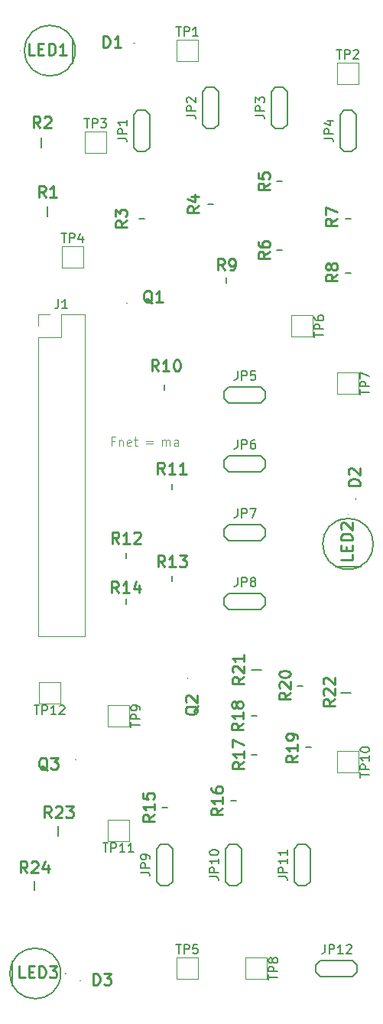
<source format=gbr>
%TF.GenerationSoftware,KiCad,Pcbnew,(7.0.0)*%
%TF.CreationDate,2024-04-19T19:54:10+02:00*%
%TF.ProjectId,IR Sensor Project,49522053-656e-4736-9f72-2050726f6a65,v1*%
%TF.SameCoordinates,Original*%
%TF.FileFunction,Legend,Top*%
%TF.FilePolarity,Positive*%
%FSLAX46Y46*%
G04 Gerber Fmt 4.6, Leading zero omitted, Abs format (unit mm)*
G04 Created by KiCad (PCBNEW (7.0.0)) date 2024-04-19 19:54:10*
%MOMM*%
%LPD*%
G01*
G04 APERTURE LIST*
%ADD10C,0.100000*%
%ADD11C,0.150000*%
%ADD12C,0.254000*%
%ADD13C,0.120000*%
%ADD14C,0.200000*%
%ADD15C,0.058000*%
G04 APERTURE END LIST*
D10*
X47801428Y-91508571D02*
X47468095Y-91508571D01*
X47468095Y-92032380D02*
X47468095Y-91032380D01*
X47468095Y-91032380D02*
X47944285Y-91032380D01*
X48325238Y-91365714D02*
X48325238Y-92032380D01*
X48325238Y-91460952D02*
X48372857Y-91413333D01*
X48372857Y-91413333D02*
X48468095Y-91365714D01*
X48468095Y-91365714D02*
X48610952Y-91365714D01*
X48610952Y-91365714D02*
X48706190Y-91413333D01*
X48706190Y-91413333D02*
X48753809Y-91508571D01*
X48753809Y-91508571D02*
X48753809Y-92032380D01*
X49610952Y-91984761D02*
X49515714Y-92032380D01*
X49515714Y-92032380D02*
X49325238Y-92032380D01*
X49325238Y-92032380D02*
X49230000Y-91984761D01*
X49230000Y-91984761D02*
X49182381Y-91889523D01*
X49182381Y-91889523D02*
X49182381Y-91508571D01*
X49182381Y-91508571D02*
X49230000Y-91413333D01*
X49230000Y-91413333D02*
X49325238Y-91365714D01*
X49325238Y-91365714D02*
X49515714Y-91365714D01*
X49515714Y-91365714D02*
X49610952Y-91413333D01*
X49610952Y-91413333D02*
X49658571Y-91508571D01*
X49658571Y-91508571D02*
X49658571Y-91603809D01*
X49658571Y-91603809D02*
X49182381Y-91699047D01*
X49944286Y-91365714D02*
X50325238Y-91365714D01*
X50087143Y-91032380D02*
X50087143Y-91889523D01*
X50087143Y-91889523D02*
X50134762Y-91984761D01*
X50134762Y-91984761D02*
X50230000Y-92032380D01*
X50230000Y-92032380D02*
X50325238Y-92032380D01*
X51258572Y-91508571D02*
X52020477Y-91508571D01*
X52020477Y-91794285D02*
X51258572Y-91794285D01*
X53096667Y-92032380D02*
X53096667Y-91365714D01*
X53096667Y-91460952D02*
X53144286Y-91413333D01*
X53144286Y-91413333D02*
X53239524Y-91365714D01*
X53239524Y-91365714D02*
X53382381Y-91365714D01*
X53382381Y-91365714D02*
X53477619Y-91413333D01*
X53477619Y-91413333D02*
X53525238Y-91508571D01*
X53525238Y-91508571D02*
X53525238Y-92032380D01*
X53525238Y-91508571D02*
X53572857Y-91413333D01*
X53572857Y-91413333D02*
X53668095Y-91365714D01*
X53668095Y-91365714D02*
X53810952Y-91365714D01*
X53810952Y-91365714D02*
X53906191Y-91413333D01*
X53906191Y-91413333D02*
X53953810Y-91508571D01*
X53953810Y-91508571D02*
X53953810Y-92032380D01*
X54858571Y-92032380D02*
X54858571Y-91508571D01*
X54858571Y-91508571D02*
X54810952Y-91413333D01*
X54810952Y-91413333D02*
X54715714Y-91365714D01*
X54715714Y-91365714D02*
X54525238Y-91365714D01*
X54525238Y-91365714D02*
X54430000Y-91413333D01*
X54858571Y-91984761D02*
X54763333Y-92032380D01*
X54763333Y-92032380D02*
X54525238Y-92032380D01*
X54525238Y-92032380D02*
X54430000Y-91984761D01*
X54430000Y-91984761D02*
X54382381Y-91889523D01*
X54382381Y-91889523D02*
X54382381Y-91794285D01*
X54382381Y-91794285D02*
X54430000Y-91699047D01*
X54430000Y-91699047D02*
X54525238Y-91651428D01*
X54525238Y-91651428D02*
X54763333Y-91651428D01*
X54763333Y-91651428D02*
X54858571Y-91603809D01*
D11*
%TO.C,TP8*%
X64865380Y-151121904D02*
X64865380Y-150550476D01*
X65865380Y-150836190D02*
X64865380Y-150836190D01*
X65865380Y-150217142D02*
X64865380Y-150217142D01*
X64865380Y-150217142D02*
X64865380Y-149836190D01*
X64865380Y-149836190D02*
X64913000Y-149740952D01*
X64913000Y-149740952D02*
X64960619Y-149693333D01*
X64960619Y-149693333D02*
X65055857Y-149645714D01*
X65055857Y-149645714D02*
X65198714Y-149645714D01*
X65198714Y-149645714D02*
X65293952Y-149693333D01*
X65293952Y-149693333D02*
X65341571Y-149740952D01*
X65341571Y-149740952D02*
X65389190Y-149836190D01*
X65389190Y-149836190D02*
X65389190Y-150217142D01*
X65293952Y-149074285D02*
X65246333Y-149169523D01*
X65246333Y-149169523D02*
X65198714Y-149217142D01*
X65198714Y-149217142D02*
X65103476Y-149264761D01*
X65103476Y-149264761D02*
X65055857Y-149264761D01*
X65055857Y-149264761D02*
X64960619Y-149217142D01*
X64960619Y-149217142D02*
X64913000Y-149169523D01*
X64913000Y-149169523D02*
X64865380Y-149074285D01*
X64865380Y-149074285D02*
X64865380Y-148883809D01*
X64865380Y-148883809D02*
X64913000Y-148788571D01*
X64913000Y-148788571D02*
X64960619Y-148740952D01*
X64960619Y-148740952D02*
X65055857Y-148693333D01*
X65055857Y-148693333D02*
X65103476Y-148693333D01*
X65103476Y-148693333D02*
X65198714Y-148740952D01*
X65198714Y-148740952D02*
X65246333Y-148788571D01*
X65246333Y-148788571D02*
X65293952Y-148883809D01*
X65293952Y-148883809D02*
X65293952Y-149074285D01*
X65293952Y-149074285D02*
X65341571Y-149169523D01*
X65341571Y-149169523D02*
X65389190Y-149217142D01*
X65389190Y-149217142D02*
X65484428Y-149264761D01*
X65484428Y-149264761D02*
X65674904Y-149264761D01*
X65674904Y-149264761D02*
X65770142Y-149217142D01*
X65770142Y-149217142D02*
X65817761Y-149169523D01*
X65817761Y-149169523D02*
X65865380Y-149074285D01*
X65865380Y-149074285D02*
X65865380Y-148883809D01*
X65865380Y-148883809D02*
X65817761Y-148788571D01*
X65817761Y-148788571D02*
X65770142Y-148740952D01*
X65770142Y-148740952D02*
X65674904Y-148693333D01*
X65674904Y-148693333D02*
X65484428Y-148693333D01*
X65484428Y-148693333D02*
X65389190Y-148740952D01*
X65389190Y-148740952D02*
X65341571Y-148788571D01*
X65341571Y-148788571D02*
X65293952Y-148883809D01*
%TO.C,TP6*%
X69945380Y-80001904D02*
X69945380Y-79430476D01*
X70945380Y-79716190D02*
X69945380Y-79716190D01*
X70945380Y-79097142D02*
X69945380Y-79097142D01*
X69945380Y-79097142D02*
X69945380Y-78716190D01*
X69945380Y-78716190D02*
X69993000Y-78620952D01*
X69993000Y-78620952D02*
X70040619Y-78573333D01*
X70040619Y-78573333D02*
X70135857Y-78525714D01*
X70135857Y-78525714D02*
X70278714Y-78525714D01*
X70278714Y-78525714D02*
X70373952Y-78573333D01*
X70373952Y-78573333D02*
X70421571Y-78620952D01*
X70421571Y-78620952D02*
X70469190Y-78716190D01*
X70469190Y-78716190D02*
X70469190Y-79097142D01*
X69945380Y-77668571D02*
X69945380Y-77859047D01*
X69945380Y-77859047D02*
X69993000Y-77954285D01*
X69993000Y-77954285D02*
X70040619Y-78001904D01*
X70040619Y-78001904D02*
X70183476Y-78097142D01*
X70183476Y-78097142D02*
X70373952Y-78144761D01*
X70373952Y-78144761D02*
X70754904Y-78144761D01*
X70754904Y-78144761D02*
X70850142Y-78097142D01*
X70850142Y-78097142D02*
X70897761Y-78049523D01*
X70897761Y-78049523D02*
X70945380Y-77954285D01*
X70945380Y-77954285D02*
X70945380Y-77763809D01*
X70945380Y-77763809D02*
X70897761Y-77668571D01*
X70897761Y-77668571D02*
X70850142Y-77620952D01*
X70850142Y-77620952D02*
X70754904Y-77573333D01*
X70754904Y-77573333D02*
X70516809Y-77573333D01*
X70516809Y-77573333D02*
X70421571Y-77620952D01*
X70421571Y-77620952D02*
X70373952Y-77668571D01*
X70373952Y-77668571D02*
X70326333Y-77763809D01*
X70326333Y-77763809D02*
X70326333Y-77954285D01*
X70326333Y-77954285D02*
X70373952Y-78049523D01*
X70373952Y-78049523D02*
X70421571Y-78097142D01*
X70421571Y-78097142D02*
X70516809Y-78144761D01*
D12*
%TO.C,R24*%
X38113571Y-139296573D02*
X37690237Y-138691811D01*
X37387856Y-139296573D02*
X37387856Y-138026573D01*
X37387856Y-138026573D02*
X37871666Y-138026573D01*
X37871666Y-138026573D02*
X37992618Y-138087050D01*
X37992618Y-138087050D02*
X38053095Y-138147526D01*
X38053095Y-138147526D02*
X38113571Y-138268478D01*
X38113571Y-138268478D02*
X38113571Y-138449907D01*
X38113571Y-138449907D02*
X38053095Y-138570859D01*
X38053095Y-138570859D02*
X37992618Y-138631335D01*
X37992618Y-138631335D02*
X37871666Y-138691811D01*
X37871666Y-138691811D02*
X37387856Y-138691811D01*
X38597380Y-138147526D02*
X38657856Y-138087050D01*
X38657856Y-138087050D02*
X38778809Y-138026573D01*
X38778809Y-138026573D02*
X39081190Y-138026573D01*
X39081190Y-138026573D02*
X39202142Y-138087050D01*
X39202142Y-138087050D02*
X39262618Y-138147526D01*
X39262618Y-138147526D02*
X39323095Y-138268478D01*
X39323095Y-138268478D02*
X39323095Y-138389430D01*
X39323095Y-138389430D02*
X39262618Y-138570859D01*
X39262618Y-138570859D02*
X38536904Y-139296573D01*
X38536904Y-139296573D02*
X39323095Y-139296573D01*
X40411666Y-138449907D02*
X40411666Y-139296573D01*
X40109285Y-137966097D02*
X39806904Y-138873240D01*
X39806904Y-138873240D02*
X40593095Y-138873240D01*
D11*
%TO.C,JP1*%
X48167380Y-57953333D02*
X48881666Y-57953333D01*
X48881666Y-57953333D02*
X49024523Y-58000952D01*
X49024523Y-58000952D02*
X49119761Y-58096190D01*
X49119761Y-58096190D02*
X49167380Y-58239047D01*
X49167380Y-58239047D02*
X49167380Y-58334285D01*
X49167380Y-57477142D02*
X48167380Y-57477142D01*
X48167380Y-57477142D02*
X48167380Y-57096190D01*
X48167380Y-57096190D02*
X48215000Y-57000952D01*
X48215000Y-57000952D02*
X48262619Y-56953333D01*
X48262619Y-56953333D02*
X48357857Y-56905714D01*
X48357857Y-56905714D02*
X48500714Y-56905714D01*
X48500714Y-56905714D02*
X48595952Y-56953333D01*
X48595952Y-56953333D02*
X48643571Y-57000952D01*
X48643571Y-57000952D02*
X48691190Y-57096190D01*
X48691190Y-57096190D02*
X48691190Y-57477142D01*
X49167380Y-55953333D02*
X49167380Y-56524761D01*
X49167380Y-56239047D02*
X48167380Y-56239047D01*
X48167380Y-56239047D02*
X48310238Y-56334285D01*
X48310238Y-56334285D02*
X48405476Y-56429523D01*
X48405476Y-56429523D02*
X48453095Y-56524761D01*
D12*
%TO.C,LED2*%
X74126573Y-104019190D02*
X74126573Y-104623952D01*
X74126573Y-104623952D02*
X72856573Y-104623952D01*
X73461335Y-103595857D02*
X73461335Y-103172523D01*
X74126573Y-102991095D02*
X74126573Y-103595857D01*
X74126573Y-103595857D02*
X72856573Y-103595857D01*
X72856573Y-103595857D02*
X72856573Y-102991095D01*
X74126573Y-102446809D02*
X72856573Y-102446809D01*
X72856573Y-102446809D02*
X72856573Y-102144428D01*
X72856573Y-102144428D02*
X72917050Y-101962999D01*
X72917050Y-101962999D02*
X73038002Y-101842047D01*
X73038002Y-101842047D02*
X73158954Y-101781570D01*
X73158954Y-101781570D02*
X73400859Y-101721094D01*
X73400859Y-101721094D02*
X73582288Y-101721094D01*
X73582288Y-101721094D02*
X73824192Y-101781570D01*
X73824192Y-101781570D02*
X73945145Y-101842047D01*
X73945145Y-101842047D02*
X74066097Y-101962999D01*
X74066097Y-101962999D02*
X74126573Y-102144428D01*
X74126573Y-102144428D02*
X74126573Y-102446809D01*
X72977526Y-101237285D02*
X72917050Y-101176809D01*
X72917050Y-101176809D02*
X72856573Y-101055856D01*
X72856573Y-101055856D02*
X72856573Y-100753475D01*
X72856573Y-100753475D02*
X72917050Y-100632523D01*
X72917050Y-100632523D02*
X72977526Y-100572047D01*
X72977526Y-100572047D02*
X73098478Y-100511570D01*
X73098478Y-100511570D02*
X73219430Y-100511570D01*
X73219430Y-100511570D02*
X73400859Y-100572047D01*
X73400859Y-100572047D02*
X74126573Y-101297761D01*
X74126573Y-101297761D02*
X74126573Y-100511570D01*
D11*
%TO.C,J1*%
X41576666Y-75777380D02*
X41576666Y-76491666D01*
X41576666Y-76491666D02*
X41529047Y-76634523D01*
X41529047Y-76634523D02*
X41433809Y-76729761D01*
X41433809Y-76729761D02*
X41290952Y-76777380D01*
X41290952Y-76777380D02*
X41195714Y-76777380D01*
X42576666Y-76777380D02*
X42005238Y-76777380D01*
X42290952Y-76777380D02*
X42290952Y-75777380D01*
X42290952Y-75777380D02*
X42195714Y-75920238D01*
X42195714Y-75920238D02*
X42100476Y-76015476D01*
X42100476Y-76015476D02*
X42005238Y-76063095D01*
D12*
%TO.C,R21*%
X62116573Y-117576428D02*
X61511811Y-117999762D01*
X62116573Y-118302143D02*
X60846573Y-118302143D01*
X60846573Y-118302143D02*
X60846573Y-117818333D01*
X60846573Y-117818333D02*
X60907050Y-117697381D01*
X60907050Y-117697381D02*
X60967526Y-117636904D01*
X60967526Y-117636904D02*
X61088478Y-117576428D01*
X61088478Y-117576428D02*
X61269907Y-117576428D01*
X61269907Y-117576428D02*
X61390859Y-117636904D01*
X61390859Y-117636904D02*
X61451335Y-117697381D01*
X61451335Y-117697381D02*
X61511811Y-117818333D01*
X61511811Y-117818333D02*
X61511811Y-118302143D01*
X60967526Y-117092619D02*
X60907050Y-117032143D01*
X60907050Y-117032143D02*
X60846573Y-116911190D01*
X60846573Y-116911190D02*
X60846573Y-116608809D01*
X60846573Y-116608809D02*
X60907050Y-116487857D01*
X60907050Y-116487857D02*
X60967526Y-116427381D01*
X60967526Y-116427381D02*
X61088478Y-116366904D01*
X61088478Y-116366904D02*
X61209430Y-116366904D01*
X61209430Y-116366904D02*
X61390859Y-116427381D01*
X61390859Y-116427381D02*
X62116573Y-117153095D01*
X62116573Y-117153095D02*
X62116573Y-116366904D01*
X62116573Y-115157380D02*
X62116573Y-115883095D01*
X62116573Y-115520238D02*
X60846573Y-115520238D01*
X60846573Y-115520238D02*
X61028002Y-115641190D01*
X61028002Y-115641190D02*
X61148954Y-115762142D01*
X61148954Y-115762142D02*
X61209430Y-115883095D01*
%TO.C,R2*%
X39558333Y-56816573D02*
X39134999Y-56211811D01*
X38832618Y-56816573D02*
X38832618Y-55546573D01*
X38832618Y-55546573D02*
X39316428Y-55546573D01*
X39316428Y-55546573D02*
X39437380Y-55607050D01*
X39437380Y-55607050D02*
X39497857Y-55667526D01*
X39497857Y-55667526D02*
X39558333Y-55788478D01*
X39558333Y-55788478D02*
X39558333Y-55969907D01*
X39558333Y-55969907D02*
X39497857Y-56090859D01*
X39497857Y-56090859D02*
X39437380Y-56151335D01*
X39437380Y-56151335D02*
X39316428Y-56211811D01*
X39316428Y-56211811D02*
X38832618Y-56211811D01*
X40042142Y-55667526D02*
X40102618Y-55607050D01*
X40102618Y-55607050D02*
X40223571Y-55546573D01*
X40223571Y-55546573D02*
X40525952Y-55546573D01*
X40525952Y-55546573D02*
X40646904Y-55607050D01*
X40646904Y-55607050D02*
X40707380Y-55667526D01*
X40707380Y-55667526D02*
X40767857Y-55788478D01*
X40767857Y-55788478D02*
X40767857Y-55909430D01*
X40767857Y-55909430D02*
X40707380Y-56090859D01*
X40707380Y-56090859D02*
X39981666Y-56816573D01*
X39981666Y-56816573D02*
X40767857Y-56816573D01*
D11*
%TO.C,TP9*%
X49625380Y-123181904D02*
X49625380Y-122610476D01*
X50625380Y-122896190D02*
X49625380Y-122896190D01*
X50625380Y-122277142D02*
X49625380Y-122277142D01*
X49625380Y-122277142D02*
X49625380Y-121896190D01*
X49625380Y-121896190D02*
X49673000Y-121800952D01*
X49673000Y-121800952D02*
X49720619Y-121753333D01*
X49720619Y-121753333D02*
X49815857Y-121705714D01*
X49815857Y-121705714D02*
X49958714Y-121705714D01*
X49958714Y-121705714D02*
X50053952Y-121753333D01*
X50053952Y-121753333D02*
X50101571Y-121800952D01*
X50101571Y-121800952D02*
X50149190Y-121896190D01*
X50149190Y-121896190D02*
X50149190Y-122277142D01*
X50625380Y-121229523D02*
X50625380Y-121039047D01*
X50625380Y-121039047D02*
X50577761Y-120943809D01*
X50577761Y-120943809D02*
X50530142Y-120896190D01*
X50530142Y-120896190D02*
X50387285Y-120800952D01*
X50387285Y-120800952D02*
X50196809Y-120753333D01*
X50196809Y-120753333D02*
X49815857Y-120753333D01*
X49815857Y-120753333D02*
X49720619Y-120800952D01*
X49720619Y-120800952D02*
X49673000Y-120848571D01*
X49673000Y-120848571D02*
X49625380Y-120943809D01*
X49625380Y-120943809D02*
X49625380Y-121134285D01*
X49625380Y-121134285D02*
X49673000Y-121229523D01*
X49673000Y-121229523D02*
X49720619Y-121277142D01*
X49720619Y-121277142D02*
X49815857Y-121324761D01*
X49815857Y-121324761D02*
X50053952Y-121324761D01*
X50053952Y-121324761D02*
X50149190Y-121277142D01*
X50149190Y-121277142D02*
X50196809Y-121229523D01*
X50196809Y-121229523D02*
X50244428Y-121134285D01*
X50244428Y-121134285D02*
X50244428Y-120943809D01*
X50244428Y-120943809D02*
X50196809Y-120848571D01*
X50196809Y-120848571D02*
X50149190Y-120800952D01*
X50149190Y-120800952D02*
X50053952Y-120753333D01*
D12*
%TO.C,R7*%
X72416573Y-66871666D02*
X71811811Y-67295000D01*
X72416573Y-67597381D02*
X71146573Y-67597381D01*
X71146573Y-67597381D02*
X71146573Y-67113571D01*
X71146573Y-67113571D02*
X71207050Y-66992619D01*
X71207050Y-66992619D02*
X71267526Y-66932142D01*
X71267526Y-66932142D02*
X71388478Y-66871666D01*
X71388478Y-66871666D02*
X71569907Y-66871666D01*
X71569907Y-66871666D02*
X71690859Y-66932142D01*
X71690859Y-66932142D02*
X71751335Y-66992619D01*
X71751335Y-66992619D02*
X71811811Y-67113571D01*
X71811811Y-67113571D02*
X71811811Y-67597381D01*
X71146573Y-66448333D02*
X71146573Y-65601666D01*
X71146573Y-65601666D02*
X72416573Y-66145952D01*
D11*
%TO.C,JP9*%
X50707380Y-139233333D02*
X51421666Y-139233333D01*
X51421666Y-139233333D02*
X51564523Y-139280952D01*
X51564523Y-139280952D02*
X51659761Y-139376190D01*
X51659761Y-139376190D02*
X51707380Y-139519047D01*
X51707380Y-139519047D02*
X51707380Y-139614285D01*
X51707380Y-138757142D02*
X50707380Y-138757142D01*
X50707380Y-138757142D02*
X50707380Y-138376190D01*
X50707380Y-138376190D02*
X50755000Y-138280952D01*
X50755000Y-138280952D02*
X50802619Y-138233333D01*
X50802619Y-138233333D02*
X50897857Y-138185714D01*
X50897857Y-138185714D02*
X51040714Y-138185714D01*
X51040714Y-138185714D02*
X51135952Y-138233333D01*
X51135952Y-138233333D02*
X51183571Y-138280952D01*
X51183571Y-138280952D02*
X51231190Y-138376190D01*
X51231190Y-138376190D02*
X51231190Y-138757142D01*
X51707380Y-137709523D02*
X51707380Y-137519047D01*
X51707380Y-137519047D02*
X51659761Y-137423809D01*
X51659761Y-137423809D02*
X51612142Y-137376190D01*
X51612142Y-137376190D02*
X51469285Y-137280952D01*
X51469285Y-137280952D02*
X51278809Y-137233333D01*
X51278809Y-137233333D02*
X50897857Y-137233333D01*
X50897857Y-137233333D02*
X50802619Y-137280952D01*
X50802619Y-137280952D02*
X50755000Y-137328571D01*
X50755000Y-137328571D02*
X50707380Y-137423809D01*
X50707380Y-137423809D02*
X50707380Y-137614285D01*
X50707380Y-137614285D02*
X50755000Y-137709523D01*
X50755000Y-137709523D02*
X50802619Y-137757142D01*
X50802619Y-137757142D02*
X50897857Y-137804761D01*
X50897857Y-137804761D02*
X51135952Y-137804761D01*
X51135952Y-137804761D02*
X51231190Y-137757142D01*
X51231190Y-137757142D02*
X51278809Y-137709523D01*
X51278809Y-137709523D02*
X51326428Y-137614285D01*
X51326428Y-137614285D02*
X51326428Y-137423809D01*
X51326428Y-137423809D02*
X51278809Y-137328571D01*
X51278809Y-137328571D02*
X51231190Y-137280952D01*
X51231190Y-137280952D02*
X51135952Y-137233333D01*
%TO.C,JP8*%
X61426666Y-106587380D02*
X61426666Y-107301666D01*
X61426666Y-107301666D02*
X61379047Y-107444523D01*
X61379047Y-107444523D02*
X61283809Y-107539761D01*
X61283809Y-107539761D02*
X61140952Y-107587380D01*
X61140952Y-107587380D02*
X61045714Y-107587380D01*
X61902857Y-107587380D02*
X61902857Y-106587380D01*
X61902857Y-106587380D02*
X62283809Y-106587380D01*
X62283809Y-106587380D02*
X62379047Y-106635000D01*
X62379047Y-106635000D02*
X62426666Y-106682619D01*
X62426666Y-106682619D02*
X62474285Y-106777857D01*
X62474285Y-106777857D02*
X62474285Y-106920714D01*
X62474285Y-106920714D02*
X62426666Y-107015952D01*
X62426666Y-107015952D02*
X62379047Y-107063571D01*
X62379047Y-107063571D02*
X62283809Y-107111190D01*
X62283809Y-107111190D02*
X61902857Y-107111190D01*
X63045714Y-107015952D02*
X62950476Y-106968333D01*
X62950476Y-106968333D02*
X62902857Y-106920714D01*
X62902857Y-106920714D02*
X62855238Y-106825476D01*
X62855238Y-106825476D02*
X62855238Y-106777857D01*
X62855238Y-106777857D02*
X62902857Y-106682619D01*
X62902857Y-106682619D02*
X62950476Y-106635000D01*
X62950476Y-106635000D02*
X63045714Y-106587380D01*
X63045714Y-106587380D02*
X63236190Y-106587380D01*
X63236190Y-106587380D02*
X63331428Y-106635000D01*
X63331428Y-106635000D02*
X63379047Y-106682619D01*
X63379047Y-106682619D02*
X63426666Y-106777857D01*
X63426666Y-106777857D02*
X63426666Y-106825476D01*
X63426666Y-106825476D02*
X63379047Y-106920714D01*
X63379047Y-106920714D02*
X63331428Y-106968333D01*
X63331428Y-106968333D02*
X63236190Y-107015952D01*
X63236190Y-107015952D02*
X63045714Y-107015952D01*
X63045714Y-107015952D02*
X62950476Y-107063571D01*
X62950476Y-107063571D02*
X62902857Y-107111190D01*
X62902857Y-107111190D02*
X62855238Y-107206428D01*
X62855238Y-107206428D02*
X62855238Y-107396904D01*
X62855238Y-107396904D02*
X62902857Y-107492142D01*
X62902857Y-107492142D02*
X62950476Y-107539761D01*
X62950476Y-107539761D02*
X63045714Y-107587380D01*
X63045714Y-107587380D02*
X63236190Y-107587380D01*
X63236190Y-107587380D02*
X63331428Y-107539761D01*
X63331428Y-107539761D02*
X63379047Y-107492142D01*
X63379047Y-107492142D02*
X63426666Y-107396904D01*
X63426666Y-107396904D02*
X63426666Y-107206428D01*
X63426666Y-107206428D02*
X63379047Y-107111190D01*
X63379047Y-107111190D02*
X63331428Y-107063571D01*
X63331428Y-107063571D02*
X63236190Y-107015952D01*
%TO.C,JP7*%
X61426666Y-98967380D02*
X61426666Y-99681666D01*
X61426666Y-99681666D02*
X61379047Y-99824523D01*
X61379047Y-99824523D02*
X61283809Y-99919761D01*
X61283809Y-99919761D02*
X61140952Y-99967380D01*
X61140952Y-99967380D02*
X61045714Y-99967380D01*
X61902857Y-99967380D02*
X61902857Y-98967380D01*
X61902857Y-98967380D02*
X62283809Y-98967380D01*
X62283809Y-98967380D02*
X62379047Y-99015000D01*
X62379047Y-99015000D02*
X62426666Y-99062619D01*
X62426666Y-99062619D02*
X62474285Y-99157857D01*
X62474285Y-99157857D02*
X62474285Y-99300714D01*
X62474285Y-99300714D02*
X62426666Y-99395952D01*
X62426666Y-99395952D02*
X62379047Y-99443571D01*
X62379047Y-99443571D02*
X62283809Y-99491190D01*
X62283809Y-99491190D02*
X61902857Y-99491190D01*
X62807619Y-98967380D02*
X63474285Y-98967380D01*
X63474285Y-98967380D02*
X63045714Y-99967380D01*
D12*
%TO.C,R11*%
X53323571Y-95106573D02*
X52900237Y-94501811D01*
X52597856Y-95106573D02*
X52597856Y-93836573D01*
X52597856Y-93836573D02*
X53081666Y-93836573D01*
X53081666Y-93836573D02*
X53202618Y-93897050D01*
X53202618Y-93897050D02*
X53263095Y-93957526D01*
X53263095Y-93957526D02*
X53323571Y-94078478D01*
X53323571Y-94078478D02*
X53323571Y-94259907D01*
X53323571Y-94259907D02*
X53263095Y-94380859D01*
X53263095Y-94380859D02*
X53202618Y-94441335D01*
X53202618Y-94441335D02*
X53081666Y-94501811D01*
X53081666Y-94501811D02*
X52597856Y-94501811D01*
X54533095Y-95106573D02*
X53807380Y-95106573D01*
X54170237Y-95106573D02*
X54170237Y-93836573D01*
X54170237Y-93836573D02*
X54049285Y-94018002D01*
X54049285Y-94018002D02*
X53928333Y-94138954D01*
X53928333Y-94138954D02*
X53807380Y-94199430D01*
X55742619Y-95106573D02*
X55016904Y-95106573D01*
X55379761Y-95106573D02*
X55379761Y-93836573D01*
X55379761Y-93836573D02*
X55258809Y-94018002D01*
X55258809Y-94018002D02*
X55137857Y-94138954D01*
X55137857Y-94138954D02*
X55016904Y-94199430D01*
%TO.C,R1*%
X40158333Y-64486573D02*
X39734999Y-63881811D01*
X39432618Y-64486573D02*
X39432618Y-63216573D01*
X39432618Y-63216573D02*
X39916428Y-63216573D01*
X39916428Y-63216573D02*
X40037380Y-63277050D01*
X40037380Y-63277050D02*
X40097857Y-63337526D01*
X40097857Y-63337526D02*
X40158333Y-63458478D01*
X40158333Y-63458478D02*
X40158333Y-63639907D01*
X40158333Y-63639907D02*
X40097857Y-63760859D01*
X40097857Y-63760859D02*
X40037380Y-63821335D01*
X40037380Y-63821335D02*
X39916428Y-63881811D01*
X39916428Y-63881811D02*
X39432618Y-63881811D01*
X41367857Y-64486573D02*
X40642142Y-64486573D01*
X41004999Y-64486573D02*
X41004999Y-63216573D01*
X41004999Y-63216573D02*
X40884047Y-63398002D01*
X40884047Y-63398002D02*
X40763095Y-63518954D01*
X40763095Y-63518954D02*
X40642142Y-63579430D01*
D11*
%TO.C,TP4*%
X41918095Y-68489380D02*
X42489523Y-68489380D01*
X42203809Y-69489380D02*
X42203809Y-68489380D01*
X42822857Y-69489380D02*
X42822857Y-68489380D01*
X42822857Y-68489380D02*
X43203809Y-68489380D01*
X43203809Y-68489380D02*
X43299047Y-68537000D01*
X43299047Y-68537000D02*
X43346666Y-68584619D01*
X43346666Y-68584619D02*
X43394285Y-68679857D01*
X43394285Y-68679857D02*
X43394285Y-68822714D01*
X43394285Y-68822714D02*
X43346666Y-68917952D01*
X43346666Y-68917952D02*
X43299047Y-68965571D01*
X43299047Y-68965571D02*
X43203809Y-69013190D01*
X43203809Y-69013190D02*
X42822857Y-69013190D01*
X44251428Y-68822714D02*
X44251428Y-69489380D01*
X44013333Y-68441761D02*
X43775238Y-69156047D01*
X43775238Y-69156047D02*
X44394285Y-69156047D01*
D12*
%TO.C,R14*%
X48233571Y-108286573D02*
X47810237Y-107681811D01*
X47507856Y-108286573D02*
X47507856Y-107016573D01*
X47507856Y-107016573D02*
X47991666Y-107016573D01*
X47991666Y-107016573D02*
X48112618Y-107077050D01*
X48112618Y-107077050D02*
X48173095Y-107137526D01*
X48173095Y-107137526D02*
X48233571Y-107258478D01*
X48233571Y-107258478D02*
X48233571Y-107439907D01*
X48233571Y-107439907D02*
X48173095Y-107560859D01*
X48173095Y-107560859D02*
X48112618Y-107621335D01*
X48112618Y-107621335D02*
X47991666Y-107681811D01*
X47991666Y-107681811D02*
X47507856Y-107681811D01*
X49443095Y-108286573D02*
X48717380Y-108286573D01*
X49080237Y-108286573D02*
X49080237Y-107016573D01*
X49080237Y-107016573D02*
X48959285Y-107198002D01*
X48959285Y-107198002D02*
X48838333Y-107318954D01*
X48838333Y-107318954D02*
X48717380Y-107379430D01*
X50531666Y-107439907D02*
X50531666Y-108286573D01*
X50229285Y-106956097D02*
X49926904Y-107863240D01*
X49926904Y-107863240D02*
X50713095Y-107863240D01*
D11*
%TO.C,TP7*%
X75025380Y-86351904D02*
X75025380Y-85780476D01*
X76025380Y-86066190D02*
X75025380Y-86066190D01*
X76025380Y-85447142D02*
X75025380Y-85447142D01*
X75025380Y-85447142D02*
X75025380Y-85066190D01*
X75025380Y-85066190D02*
X75073000Y-84970952D01*
X75073000Y-84970952D02*
X75120619Y-84923333D01*
X75120619Y-84923333D02*
X75215857Y-84875714D01*
X75215857Y-84875714D02*
X75358714Y-84875714D01*
X75358714Y-84875714D02*
X75453952Y-84923333D01*
X75453952Y-84923333D02*
X75501571Y-84970952D01*
X75501571Y-84970952D02*
X75549190Y-85066190D01*
X75549190Y-85066190D02*
X75549190Y-85447142D01*
X75025380Y-84542380D02*
X75025380Y-83875714D01*
X75025380Y-83875714D02*
X76025380Y-84304285D01*
%TO.C,JP3*%
X63407380Y-55413333D02*
X64121666Y-55413333D01*
X64121666Y-55413333D02*
X64264523Y-55460952D01*
X64264523Y-55460952D02*
X64359761Y-55556190D01*
X64359761Y-55556190D02*
X64407380Y-55699047D01*
X64407380Y-55699047D02*
X64407380Y-55794285D01*
X64407380Y-54937142D02*
X63407380Y-54937142D01*
X63407380Y-54937142D02*
X63407380Y-54556190D01*
X63407380Y-54556190D02*
X63455000Y-54460952D01*
X63455000Y-54460952D02*
X63502619Y-54413333D01*
X63502619Y-54413333D02*
X63597857Y-54365714D01*
X63597857Y-54365714D02*
X63740714Y-54365714D01*
X63740714Y-54365714D02*
X63835952Y-54413333D01*
X63835952Y-54413333D02*
X63883571Y-54460952D01*
X63883571Y-54460952D02*
X63931190Y-54556190D01*
X63931190Y-54556190D02*
X63931190Y-54937142D01*
X63407380Y-54032380D02*
X63407380Y-53413333D01*
X63407380Y-53413333D02*
X63788333Y-53746666D01*
X63788333Y-53746666D02*
X63788333Y-53603809D01*
X63788333Y-53603809D02*
X63835952Y-53508571D01*
X63835952Y-53508571D02*
X63883571Y-53460952D01*
X63883571Y-53460952D02*
X63978809Y-53413333D01*
X63978809Y-53413333D02*
X64216904Y-53413333D01*
X64216904Y-53413333D02*
X64312142Y-53460952D01*
X64312142Y-53460952D02*
X64359761Y-53508571D01*
X64359761Y-53508571D02*
X64407380Y-53603809D01*
X64407380Y-53603809D02*
X64407380Y-53889523D01*
X64407380Y-53889523D02*
X64359761Y-53984761D01*
X64359761Y-53984761D02*
X64312142Y-54032380D01*
%TO.C,TP1*%
X54618095Y-45629380D02*
X55189523Y-45629380D01*
X54903809Y-46629380D02*
X54903809Y-45629380D01*
X55522857Y-46629380D02*
X55522857Y-45629380D01*
X55522857Y-45629380D02*
X55903809Y-45629380D01*
X55903809Y-45629380D02*
X55999047Y-45677000D01*
X55999047Y-45677000D02*
X56046666Y-45724619D01*
X56046666Y-45724619D02*
X56094285Y-45819857D01*
X56094285Y-45819857D02*
X56094285Y-45962714D01*
X56094285Y-45962714D02*
X56046666Y-46057952D01*
X56046666Y-46057952D02*
X55999047Y-46105571D01*
X55999047Y-46105571D02*
X55903809Y-46153190D01*
X55903809Y-46153190D02*
X55522857Y-46153190D01*
X57046666Y-46629380D02*
X56475238Y-46629380D01*
X56760952Y-46629380D02*
X56760952Y-45629380D01*
X56760952Y-45629380D02*
X56665714Y-45772238D01*
X56665714Y-45772238D02*
X56570476Y-45867476D01*
X56570476Y-45867476D02*
X56475238Y-45915095D01*
%TO.C,JP10*%
X58327380Y-139709523D02*
X59041666Y-139709523D01*
X59041666Y-139709523D02*
X59184523Y-139757142D01*
X59184523Y-139757142D02*
X59279761Y-139852380D01*
X59279761Y-139852380D02*
X59327380Y-139995237D01*
X59327380Y-139995237D02*
X59327380Y-140090475D01*
X59327380Y-139233332D02*
X58327380Y-139233332D01*
X58327380Y-139233332D02*
X58327380Y-138852380D01*
X58327380Y-138852380D02*
X58375000Y-138757142D01*
X58375000Y-138757142D02*
X58422619Y-138709523D01*
X58422619Y-138709523D02*
X58517857Y-138661904D01*
X58517857Y-138661904D02*
X58660714Y-138661904D01*
X58660714Y-138661904D02*
X58755952Y-138709523D01*
X58755952Y-138709523D02*
X58803571Y-138757142D01*
X58803571Y-138757142D02*
X58851190Y-138852380D01*
X58851190Y-138852380D02*
X58851190Y-139233332D01*
X59327380Y-137709523D02*
X59327380Y-138280951D01*
X59327380Y-137995237D02*
X58327380Y-137995237D01*
X58327380Y-137995237D02*
X58470238Y-138090475D01*
X58470238Y-138090475D02*
X58565476Y-138185713D01*
X58565476Y-138185713D02*
X58613095Y-138280951D01*
X58327380Y-137090475D02*
X58327380Y-136995237D01*
X58327380Y-136995237D02*
X58375000Y-136899999D01*
X58375000Y-136899999D02*
X58422619Y-136852380D01*
X58422619Y-136852380D02*
X58517857Y-136804761D01*
X58517857Y-136804761D02*
X58708333Y-136757142D01*
X58708333Y-136757142D02*
X58946428Y-136757142D01*
X58946428Y-136757142D02*
X59136904Y-136804761D01*
X59136904Y-136804761D02*
X59232142Y-136852380D01*
X59232142Y-136852380D02*
X59279761Y-136899999D01*
X59279761Y-136899999D02*
X59327380Y-136995237D01*
X59327380Y-136995237D02*
X59327380Y-137090475D01*
X59327380Y-137090475D02*
X59279761Y-137185713D01*
X59279761Y-137185713D02*
X59232142Y-137233332D01*
X59232142Y-137233332D02*
X59136904Y-137280951D01*
X59136904Y-137280951D02*
X58946428Y-137328570D01*
X58946428Y-137328570D02*
X58708333Y-137328570D01*
X58708333Y-137328570D02*
X58517857Y-137280951D01*
X58517857Y-137280951D02*
X58422619Y-137233332D01*
X58422619Y-137233332D02*
X58375000Y-137185713D01*
X58375000Y-137185713D02*
X58327380Y-137090475D01*
D12*
%TO.C,D2*%
X74966573Y-96387381D02*
X73696573Y-96387381D01*
X73696573Y-96387381D02*
X73696573Y-96085000D01*
X73696573Y-96085000D02*
X73757050Y-95903571D01*
X73757050Y-95903571D02*
X73878002Y-95782619D01*
X73878002Y-95782619D02*
X73998954Y-95722142D01*
X73998954Y-95722142D02*
X74240859Y-95661666D01*
X74240859Y-95661666D02*
X74422288Y-95661666D01*
X74422288Y-95661666D02*
X74664192Y-95722142D01*
X74664192Y-95722142D02*
X74785145Y-95782619D01*
X74785145Y-95782619D02*
X74906097Y-95903571D01*
X74906097Y-95903571D02*
X74966573Y-96085000D01*
X74966573Y-96085000D02*
X74966573Y-96387381D01*
X73817526Y-95177857D02*
X73757050Y-95117381D01*
X73757050Y-95117381D02*
X73696573Y-94996428D01*
X73696573Y-94996428D02*
X73696573Y-94694047D01*
X73696573Y-94694047D02*
X73757050Y-94573095D01*
X73757050Y-94573095D02*
X73817526Y-94512619D01*
X73817526Y-94512619D02*
X73938478Y-94452142D01*
X73938478Y-94452142D02*
X74059430Y-94452142D01*
X74059430Y-94452142D02*
X74240859Y-94512619D01*
X74240859Y-94512619D02*
X74966573Y-95238333D01*
X74966573Y-95238333D02*
X74966573Y-94452142D01*
%TO.C,D1*%
X46572618Y-47896573D02*
X46572618Y-46626573D01*
X46572618Y-46626573D02*
X46874999Y-46626573D01*
X46874999Y-46626573D02*
X47056428Y-46687050D01*
X47056428Y-46687050D02*
X47177380Y-46808002D01*
X47177380Y-46808002D02*
X47237857Y-46928954D01*
X47237857Y-46928954D02*
X47298333Y-47170859D01*
X47298333Y-47170859D02*
X47298333Y-47352288D01*
X47298333Y-47352288D02*
X47237857Y-47594192D01*
X47237857Y-47594192D02*
X47177380Y-47715145D01*
X47177380Y-47715145D02*
X47056428Y-47836097D01*
X47056428Y-47836097D02*
X46874999Y-47896573D01*
X46874999Y-47896573D02*
X46572618Y-47896573D01*
X48507857Y-47896573D02*
X47782142Y-47896573D01*
X48144999Y-47896573D02*
X48144999Y-46626573D01*
X48144999Y-46626573D02*
X48024047Y-46808002D01*
X48024047Y-46808002D02*
X47903095Y-46928954D01*
X47903095Y-46928954D02*
X47782142Y-46989430D01*
%TO.C,R13*%
X53343571Y-105416573D02*
X52920237Y-104811811D01*
X52617856Y-105416573D02*
X52617856Y-104146573D01*
X52617856Y-104146573D02*
X53101666Y-104146573D01*
X53101666Y-104146573D02*
X53222618Y-104207050D01*
X53222618Y-104207050D02*
X53283095Y-104267526D01*
X53283095Y-104267526D02*
X53343571Y-104388478D01*
X53343571Y-104388478D02*
X53343571Y-104569907D01*
X53343571Y-104569907D02*
X53283095Y-104690859D01*
X53283095Y-104690859D02*
X53222618Y-104751335D01*
X53222618Y-104751335D02*
X53101666Y-104811811D01*
X53101666Y-104811811D02*
X52617856Y-104811811D01*
X54553095Y-105416573D02*
X53827380Y-105416573D01*
X54190237Y-105416573D02*
X54190237Y-104146573D01*
X54190237Y-104146573D02*
X54069285Y-104328002D01*
X54069285Y-104328002D02*
X53948333Y-104448954D01*
X53948333Y-104448954D02*
X53827380Y-104509430D01*
X54976428Y-104146573D02*
X55762619Y-104146573D01*
X55762619Y-104146573D02*
X55339285Y-104630383D01*
X55339285Y-104630383D02*
X55520714Y-104630383D01*
X55520714Y-104630383D02*
X55641666Y-104690859D01*
X55641666Y-104690859D02*
X55702142Y-104751335D01*
X55702142Y-104751335D02*
X55762619Y-104872288D01*
X55762619Y-104872288D02*
X55762619Y-105174669D01*
X55762619Y-105174669D02*
X55702142Y-105295621D01*
X55702142Y-105295621D02*
X55641666Y-105356097D01*
X55641666Y-105356097D02*
X55520714Y-105416573D01*
X55520714Y-105416573D02*
X55157857Y-105416573D01*
X55157857Y-105416573D02*
X55036904Y-105356097D01*
X55036904Y-105356097D02*
X54976428Y-105295621D01*
D11*
%TO.C,JP4*%
X71027380Y-57953333D02*
X71741666Y-57953333D01*
X71741666Y-57953333D02*
X71884523Y-58000952D01*
X71884523Y-58000952D02*
X71979761Y-58096190D01*
X71979761Y-58096190D02*
X72027380Y-58239047D01*
X72027380Y-58239047D02*
X72027380Y-58334285D01*
X72027380Y-57477142D02*
X71027380Y-57477142D01*
X71027380Y-57477142D02*
X71027380Y-57096190D01*
X71027380Y-57096190D02*
X71075000Y-57000952D01*
X71075000Y-57000952D02*
X71122619Y-56953333D01*
X71122619Y-56953333D02*
X71217857Y-56905714D01*
X71217857Y-56905714D02*
X71360714Y-56905714D01*
X71360714Y-56905714D02*
X71455952Y-56953333D01*
X71455952Y-56953333D02*
X71503571Y-57000952D01*
X71503571Y-57000952D02*
X71551190Y-57096190D01*
X71551190Y-57096190D02*
X71551190Y-57477142D01*
X71360714Y-56048571D02*
X72027380Y-56048571D01*
X70979761Y-56286666D02*
X71694047Y-56524761D01*
X71694047Y-56524761D02*
X71694047Y-55905714D01*
D12*
%TO.C,R23*%
X40793571Y-133186573D02*
X40370237Y-132581811D01*
X40067856Y-133186573D02*
X40067856Y-131916573D01*
X40067856Y-131916573D02*
X40551666Y-131916573D01*
X40551666Y-131916573D02*
X40672618Y-131977050D01*
X40672618Y-131977050D02*
X40733095Y-132037526D01*
X40733095Y-132037526D02*
X40793571Y-132158478D01*
X40793571Y-132158478D02*
X40793571Y-132339907D01*
X40793571Y-132339907D02*
X40733095Y-132460859D01*
X40733095Y-132460859D02*
X40672618Y-132521335D01*
X40672618Y-132521335D02*
X40551666Y-132581811D01*
X40551666Y-132581811D02*
X40067856Y-132581811D01*
X41277380Y-132037526D02*
X41337856Y-131977050D01*
X41337856Y-131977050D02*
X41458809Y-131916573D01*
X41458809Y-131916573D02*
X41761190Y-131916573D01*
X41761190Y-131916573D02*
X41882142Y-131977050D01*
X41882142Y-131977050D02*
X41942618Y-132037526D01*
X41942618Y-132037526D02*
X42003095Y-132158478D01*
X42003095Y-132158478D02*
X42003095Y-132279430D01*
X42003095Y-132279430D02*
X41942618Y-132460859D01*
X41942618Y-132460859D02*
X41216904Y-133186573D01*
X41216904Y-133186573D02*
X42003095Y-133186573D01*
X42426428Y-131916573D02*
X43212619Y-131916573D01*
X43212619Y-131916573D02*
X42789285Y-132400383D01*
X42789285Y-132400383D02*
X42970714Y-132400383D01*
X42970714Y-132400383D02*
X43091666Y-132460859D01*
X43091666Y-132460859D02*
X43152142Y-132521335D01*
X43152142Y-132521335D02*
X43212619Y-132642288D01*
X43212619Y-132642288D02*
X43212619Y-132944669D01*
X43212619Y-132944669D02*
X43152142Y-133065621D01*
X43152142Y-133065621D02*
X43091666Y-133126097D01*
X43091666Y-133126097D02*
X42970714Y-133186573D01*
X42970714Y-133186573D02*
X42607857Y-133186573D01*
X42607857Y-133186573D02*
X42486904Y-133126097D01*
X42486904Y-133126097D02*
X42426428Y-133065621D01*
D11*
%TO.C,JP2*%
X55787380Y-55413333D02*
X56501666Y-55413333D01*
X56501666Y-55413333D02*
X56644523Y-55460952D01*
X56644523Y-55460952D02*
X56739761Y-55556190D01*
X56739761Y-55556190D02*
X56787380Y-55699047D01*
X56787380Y-55699047D02*
X56787380Y-55794285D01*
X56787380Y-54937142D02*
X55787380Y-54937142D01*
X55787380Y-54937142D02*
X55787380Y-54556190D01*
X55787380Y-54556190D02*
X55835000Y-54460952D01*
X55835000Y-54460952D02*
X55882619Y-54413333D01*
X55882619Y-54413333D02*
X55977857Y-54365714D01*
X55977857Y-54365714D02*
X56120714Y-54365714D01*
X56120714Y-54365714D02*
X56215952Y-54413333D01*
X56215952Y-54413333D02*
X56263571Y-54460952D01*
X56263571Y-54460952D02*
X56311190Y-54556190D01*
X56311190Y-54556190D02*
X56311190Y-54937142D01*
X55882619Y-53984761D02*
X55835000Y-53937142D01*
X55835000Y-53937142D02*
X55787380Y-53841904D01*
X55787380Y-53841904D02*
X55787380Y-53603809D01*
X55787380Y-53603809D02*
X55835000Y-53508571D01*
X55835000Y-53508571D02*
X55882619Y-53460952D01*
X55882619Y-53460952D02*
X55977857Y-53413333D01*
X55977857Y-53413333D02*
X56073095Y-53413333D01*
X56073095Y-53413333D02*
X56215952Y-53460952D01*
X56215952Y-53460952D02*
X56787380Y-54032380D01*
X56787380Y-54032380D02*
X56787380Y-53413333D01*
D12*
%TO.C,R16*%
X59786573Y-132116428D02*
X59181811Y-132539762D01*
X59786573Y-132842143D02*
X58516573Y-132842143D01*
X58516573Y-132842143D02*
X58516573Y-132358333D01*
X58516573Y-132358333D02*
X58577050Y-132237381D01*
X58577050Y-132237381D02*
X58637526Y-132176904D01*
X58637526Y-132176904D02*
X58758478Y-132116428D01*
X58758478Y-132116428D02*
X58939907Y-132116428D01*
X58939907Y-132116428D02*
X59060859Y-132176904D01*
X59060859Y-132176904D02*
X59121335Y-132237381D01*
X59121335Y-132237381D02*
X59181811Y-132358333D01*
X59181811Y-132358333D02*
X59181811Y-132842143D01*
X59786573Y-130906904D02*
X59786573Y-131632619D01*
X59786573Y-131269762D02*
X58516573Y-131269762D01*
X58516573Y-131269762D02*
X58698002Y-131390714D01*
X58698002Y-131390714D02*
X58818954Y-131511666D01*
X58818954Y-131511666D02*
X58879430Y-131632619D01*
X58516573Y-129818333D02*
X58516573Y-130060238D01*
X58516573Y-130060238D02*
X58577050Y-130181190D01*
X58577050Y-130181190D02*
X58637526Y-130241666D01*
X58637526Y-130241666D02*
X58818954Y-130362619D01*
X58818954Y-130362619D02*
X59060859Y-130423095D01*
X59060859Y-130423095D02*
X59544669Y-130423095D01*
X59544669Y-130423095D02*
X59665621Y-130362619D01*
X59665621Y-130362619D02*
X59726097Y-130302142D01*
X59726097Y-130302142D02*
X59786573Y-130181190D01*
X59786573Y-130181190D02*
X59786573Y-129939285D01*
X59786573Y-129939285D02*
X59726097Y-129818333D01*
X59726097Y-129818333D02*
X59665621Y-129757857D01*
X59665621Y-129757857D02*
X59544669Y-129697380D01*
X59544669Y-129697380D02*
X59242288Y-129697380D01*
X59242288Y-129697380D02*
X59121335Y-129757857D01*
X59121335Y-129757857D02*
X59060859Y-129818333D01*
X59060859Y-129818333D02*
X59000383Y-129939285D01*
X59000383Y-129939285D02*
X59000383Y-130181190D01*
X59000383Y-130181190D02*
X59060859Y-130302142D01*
X59060859Y-130302142D02*
X59121335Y-130362619D01*
X59121335Y-130362619D02*
X59242288Y-130423095D01*
D11*
%TO.C,JP6*%
X61426666Y-91347380D02*
X61426666Y-92061666D01*
X61426666Y-92061666D02*
X61379047Y-92204523D01*
X61379047Y-92204523D02*
X61283809Y-92299761D01*
X61283809Y-92299761D02*
X61140952Y-92347380D01*
X61140952Y-92347380D02*
X61045714Y-92347380D01*
X61902857Y-92347380D02*
X61902857Y-91347380D01*
X61902857Y-91347380D02*
X62283809Y-91347380D01*
X62283809Y-91347380D02*
X62379047Y-91395000D01*
X62379047Y-91395000D02*
X62426666Y-91442619D01*
X62426666Y-91442619D02*
X62474285Y-91537857D01*
X62474285Y-91537857D02*
X62474285Y-91680714D01*
X62474285Y-91680714D02*
X62426666Y-91775952D01*
X62426666Y-91775952D02*
X62379047Y-91823571D01*
X62379047Y-91823571D02*
X62283809Y-91871190D01*
X62283809Y-91871190D02*
X61902857Y-91871190D01*
X63331428Y-91347380D02*
X63140952Y-91347380D01*
X63140952Y-91347380D02*
X63045714Y-91395000D01*
X63045714Y-91395000D02*
X62998095Y-91442619D01*
X62998095Y-91442619D02*
X62902857Y-91585476D01*
X62902857Y-91585476D02*
X62855238Y-91775952D01*
X62855238Y-91775952D02*
X62855238Y-92156904D01*
X62855238Y-92156904D02*
X62902857Y-92252142D01*
X62902857Y-92252142D02*
X62950476Y-92299761D01*
X62950476Y-92299761D02*
X63045714Y-92347380D01*
X63045714Y-92347380D02*
X63236190Y-92347380D01*
X63236190Y-92347380D02*
X63331428Y-92299761D01*
X63331428Y-92299761D02*
X63379047Y-92252142D01*
X63379047Y-92252142D02*
X63426666Y-92156904D01*
X63426666Y-92156904D02*
X63426666Y-91918809D01*
X63426666Y-91918809D02*
X63379047Y-91823571D01*
X63379047Y-91823571D02*
X63331428Y-91775952D01*
X63331428Y-91775952D02*
X63236190Y-91728333D01*
X63236190Y-91728333D02*
X63045714Y-91728333D01*
X63045714Y-91728333D02*
X62950476Y-91775952D01*
X62950476Y-91775952D02*
X62902857Y-91823571D01*
X62902857Y-91823571D02*
X62855238Y-91918809D01*
D12*
%TO.C,R3*%
X49156573Y-67041666D02*
X48551811Y-67465000D01*
X49156573Y-67767381D02*
X47886573Y-67767381D01*
X47886573Y-67767381D02*
X47886573Y-67283571D01*
X47886573Y-67283571D02*
X47947050Y-67162619D01*
X47947050Y-67162619D02*
X48007526Y-67102142D01*
X48007526Y-67102142D02*
X48128478Y-67041666D01*
X48128478Y-67041666D02*
X48309907Y-67041666D01*
X48309907Y-67041666D02*
X48430859Y-67102142D01*
X48430859Y-67102142D02*
X48491335Y-67162619D01*
X48491335Y-67162619D02*
X48551811Y-67283571D01*
X48551811Y-67283571D02*
X48551811Y-67767381D01*
X47886573Y-66618333D02*
X47886573Y-65832142D01*
X47886573Y-65832142D02*
X48370383Y-66255476D01*
X48370383Y-66255476D02*
X48370383Y-66074047D01*
X48370383Y-66074047D02*
X48430859Y-65953095D01*
X48430859Y-65953095D02*
X48491335Y-65892619D01*
X48491335Y-65892619D02*
X48612288Y-65832142D01*
X48612288Y-65832142D02*
X48914669Y-65832142D01*
X48914669Y-65832142D02*
X49035621Y-65892619D01*
X49035621Y-65892619D02*
X49096097Y-65953095D01*
X49096097Y-65953095D02*
X49156573Y-66074047D01*
X49156573Y-66074047D02*
X49156573Y-66436904D01*
X49156573Y-66436904D02*
X49096097Y-66557857D01*
X49096097Y-66557857D02*
X49035621Y-66618333D01*
%TO.C,R12*%
X48273571Y-102816573D02*
X47850237Y-102211811D01*
X47547856Y-102816573D02*
X47547856Y-101546573D01*
X47547856Y-101546573D02*
X48031666Y-101546573D01*
X48031666Y-101546573D02*
X48152618Y-101607050D01*
X48152618Y-101607050D02*
X48213095Y-101667526D01*
X48213095Y-101667526D02*
X48273571Y-101788478D01*
X48273571Y-101788478D02*
X48273571Y-101969907D01*
X48273571Y-101969907D02*
X48213095Y-102090859D01*
X48213095Y-102090859D02*
X48152618Y-102151335D01*
X48152618Y-102151335D02*
X48031666Y-102211811D01*
X48031666Y-102211811D02*
X47547856Y-102211811D01*
X49483095Y-102816573D02*
X48757380Y-102816573D01*
X49120237Y-102816573D02*
X49120237Y-101546573D01*
X49120237Y-101546573D02*
X48999285Y-101728002D01*
X48999285Y-101728002D02*
X48878333Y-101848954D01*
X48878333Y-101848954D02*
X48757380Y-101909430D01*
X49966904Y-101667526D02*
X50027380Y-101607050D01*
X50027380Y-101607050D02*
X50148333Y-101546573D01*
X50148333Y-101546573D02*
X50450714Y-101546573D01*
X50450714Y-101546573D02*
X50571666Y-101607050D01*
X50571666Y-101607050D02*
X50632142Y-101667526D01*
X50632142Y-101667526D02*
X50692619Y-101788478D01*
X50692619Y-101788478D02*
X50692619Y-101909430D01*
X50692619Y-101909430D02*
X50632142Y-102090859D01*
X50632142Y-102090859D02*
X49906428Y-102816573D01*
X49906428Y-102816573D02*
X50692619Y-102816573D01*
%TO.C,R9*%
X59978333Y-72556573D02*
X59554999Y-71951811D01*
X59252618Y-72556573D02*
X59252618Y-71286573D01*
X59252618Y-71286573D02*
X59736428Y-71286573D01*
X59736428Y-71286573D02*
X59857380Y-71347050D01*
X59857380Y-71347050D02*
X59917857Y-71407526D01*
X59917857Y-71407526D02*
X59978333Y-71528478D01*
X59978333Y-71528478D02*
X59978333Y-71709907D01*
X59978333Y-71709907D02*
X59917857Y-71830859D01*
X59917857Y-71830859D02*
X59857380Y-71891335D01*
X59857380Y-71891335D02*
X59736428Y-71951811D01*
X59736428Y-71951811D02*
X59252618Y-71951811D01*
X60583095Y-72556573D02*
X60824999Y-72556573D01*
X60824999Y-72556573D02*
X60945952Y-72496097D01*
X60945952Y-72496097D02*
X61006428Y-72435621D01*
X61006428Y-72435621D02*
X61127380Y-72254192D01*
X61127380Y-72254192D02*
X61187857Y-72012288D01*
X61187857Y-72012288D02*
X61187857Y-71528478D01*
X61187857Y-71528478D02*
X61127380Y-71407526D01*
X61127380Y-71407526D02*
X61066904Y-71347050D01*
X61066904Y-71347050D02*
X60945952Y-71286573D01*
X60945952Y-71286573D02*
X60704047Y-71286573D01*
X60704047Y-71286573D02*
X60583095Y-71347050D01*
X60583095Y-71347050D02*
X60522618Y-71407526D01*
X60522618Y-71407526D02*
X60462142Y-71528478D01*
X60462142Y-71528478D02*
X60462142Y-71830859D01*
X60462142Y-71830859D02*
X60522618Y-71951811D01*
X60522618Y-71951811D02*
X60583095Y-72012288D01*
X60583095Y-72012288D02*
X60704047Y-72072764D01*
X60704047Y-72072764D02*
X60945952Y-72072764D01*
X60945952Y-72072764D02*
X61066904Y-72012288D01*
X61066904Y-72012288D02*
X61127380Y-71951811D01*
X61127380Y-71951811D02*
X61187857Y-71830859D01*
%TO.C,R22*%
X72176573Y-120076428D02*
X71571811Y-120499762D01*
X72176573Y-120802143D02*
X70906573Y-120802143D01*
X70906573Y-120802143D02*
X70906573Y-120318333D01*
X70906573Y-120318333D02*
X70967050Y-120197381D01*
X70967050Y-120197381D02*
X71027526Y-120136904D01*
X71027526Y-120136904D02*
X71148478Y-120076428D01*
X71148478Y-120076428D02*
X71329907Y-120076428D01*
X71329907Y-120076428D02*
X71450859Y-120136904D01*
X71450859Y-120136904D02*
X71511335Y-120197381D01*
X71511335Y-120197381D02*
X71571811Y-120318333D01*
X71571811Y-120318333D02*
X71571811Y-120802143D01*
X71027526Y-119592619D02*
X70967050Y-119532143D01*
X70967050Y-119532143D02*
X70906573Y-119411190D01*
X70906573Y-119411190D02*
X70906573Y-119108809D01*
X70906573Y-119108809D02*
X70967050Y-118987857D01*
X70967050Y-118987857D02*
X71027526Y-118927381D01*
X71027526Y-118927381D02*
X71148478Y-118866904D01*
X71148478Y-118866904D02*
X71269430Y-118866904D01*
X71269430Y-118866904D02*
X71450859Y-118927381D01*
X71450859Y-118927381D02*
X72176573Y-119653095D01*
X72176573Y-119653095D02*
X72176573Y-118866904D01*
X71027526Y-118383095D02*
X70967050Y-118322619D01*
X70967050Y-118322619D02*
X70906573Y-118201666D01*
X70906573Y-118201666D02*
X70906573Y-117899285D01*
X70906573Y-117899285D02*
X70967050Y-117778333D01*
X70967050Y-117778333D02*
X71027526Y-117717857D01*
X71027526Y-117717857D02*
X71148478Y-117657380D01*
X71148478Y-117657380D02*
X71269430Y-117657380D01*
X71269430Y-117657380D02*
X71450859Y-117717857D01*
X71450859Y-117717857D02*
X72176573Y-118443571D01*
X72176573Y-118443571D02*
X72176573Y-117657380D01*
%TO.C,Q3*%
X40384047Y-127907526D02*
X40263095Y-127847050D01*
X40263095Y-127847050D02*
X40142142Y-127726097D01*
X40142142Y-127726097D02*
X39960714Y-127544669D01*
X39960714Y-127544669D02*
X39839761Y-127484192D01*
X39839761Y-127484192D02*
X39718809Y-127484192D01*
X39779285Y-127786573D02*
X39658333Y-127726097D01*
X39658333Y-127726097D02*
X39537380Y-127605145D01*
X39537380Y-127605145D02*
X39476904Y-127363240D01*
X39476904Y-127363240D02*
X39476904Y-126939907D01*
X39476904Y-126939907D02*
X39537380Y-126698002D01*
X39537380Y-126698002D02*
X39658333Y-126577050D01*
X39658333Y-126577050D02*
X39779285Y-126516573D01*
X39779285Y-126516573D02*
X40021190Y-126516573D01*
X40021190Y-126516573D02*
X40142142Y-126577050D01*
X40142142Y-126577050D02*
X40263095Y-126698002D01*
X40263095Y-126698002D02*
X40323571Y-126939907D01*
X40323571Y-126939907D02*
X40323571Y-127363240D01*
X40323571Y-127363240D02*
X40263095Y-127605145D01*
X40263095Y-127605145D02*
X40142142Y-127726097D01*
X40142142Y-127726097D02*
X40021190Y-127786573D01*
X40021190Y-127786573D02*
X39779285Y-127786573D01*
X40746904Y-126516573D02*
X41533095Y-126516573D01*
X41533095Y-126516573D02*
X41109761Y-127000383D01*
X41109761Y-127000383D02*
X41291190Y-127000383D01*
X41291190Y-127000383D02*
X41412142Y-127060859D01*
X41412142Y-127060859D02*
X41472618Y-127121335D01*
X41472618Y-127121335D02*
X41533095Y-127242288D01*
X41533095Y-127242288D02*
X41533095Y-127544669D01*
X41533095Y-127544669D02*
X41472618Y-127665621D01*
X41472618Y-127665621D02*
X41412142Y-127726097D01*
X41412142Y-127726097D02*
X41291190Y-127786573D01*
X41291190Y-127786573D02*
X40928333Y-127786573D01*
X40928333Y-127786573D02*
X40807380Y-127726097D01*
X40807380Y-127726097D02*
X40746904Y-127665621D01*
%TO.C,R6*%
X64966573Y-70521666D02*
X64361811Y-70945000D01*
X64966573Y-71247381D02*
X63696573Y-71247381D01*
X63696573Y-71247381D02*
X63696573Y-70763571D01*
X63696573Y-70763571D02*
X63757050Y-70642619D01*
X63757050Y-70642619D02*
X63817526Y-70582142D01*
X63817526Y-70582142D02*
X63938478Y-70521666D01*
X63938478Y-70521666D02*
X64119907Y-70521666D01*
X64119907Y-70521666D02*
X64240859Y-70582142D01*
X64240859Y-70582142D02*
X64301335Y-70642619D01*
X64301335Y-70642619D02*
X64361811Y-70763571D01*
X64361811Y-70763571D02*
X64361811Y-71247381D01*
X63696573Y-69433095D02*
X63696573Y-69675000D01*
X63696573Y-69675000D02*
X63757050Y-69795952D01*
X63757050Y-69795952D02*
X63817526Y-69856428D01*
X63817526Y-69856428D02*
X63998954Y-69977381D01*
X63998954Y-69977381D02*
X64240859Y-70037857D01*
X64240859Y-70037857D02*
X64724669Y-70037857D01*
X64724669Y-70037857D02*
X64845621Y-69977381D01*
X64845621Y-69977381D02*
X64906097Y-69916904D01*
X64906097Y-69916904D02*
X64966573Y-69795952D01*
X64966573Y-69795952D02*
X64966573Y-69554047D01*
X64966573Y-69554047D02*
X64906097Y-69433095D01*
X64906097Y-69433095D02*
X64845621Y-69372619D01*
X64845621Y-69372619D02*
X64724669Y-69312142D01*
X64724669Y-69312142D02*
X64422288Y-69312142D01*
X64422288Y-69312142D02*
X64301335Y-69372619D01*
X64301335Y-69372619D02*
X64240859Y-69433095D01*
X64240859Y-69433095D02*
X64180383Y-69554047D01*
X64180383Y-69554047D02*
X64180383Y-69795952D01*
X64180383Y-69795952D02*
X64240859Y-69916904D01*
X64240859Y-69916904D02*
X64301335Y-69977381D01*
X64301335Y-69977381D02*
X64422288Y-70037857D01*
%TO.C,R10*%
X52653571Y-83736573D02*
X52230237Y-83131811D01*
X51927856Y-83736573D02*
X51927856Y-82466573D01*
X51927856Y-82466573D02*
X52411666Y-82466573D01*
X52411666Y-82466573D02*
X52532618Y-82527050D01*
X52532618Y-82527050D02*
X52593095Y-82587526D01*
X52593095Y-82587526D02*
X52653571Y-82708478D01*
X52653571Y-82708478D02*
X52653571Y-82889907D01*
X52653571Y-82889907D02*
X52593095Y-83010859D01*
X52593095Y-83010859D02*
X52532618Y-83071335D01*
X52532618Y-83071335D02*
X52411666Y-83131811D01*
X52411666Y-83131811D02*
X51927856Y-83131811D01*
X53863095Y-83736573D02*
X53137380Y-83736573D01*
X53500237Y-83736573D02*
X53500237Y-82466573D01*
X53500237Y-82466573D02*
X53379285Y-82648002D01*
X53379285Y-82648002D02*
X53258333Y-82768954D01*
X53258333Y-82768954D02*
X53137380Y-82829430D01*
X54649285Y-82466573D02*
X54770238Y-82466573D01*
X54770238Y-82466573D02*
X54891190Y-82527050D01*
X54891190Y-82527050D02*
X54951666Y-82587526D01*
X54951666Y-82587526D02*
X55012142Y-82708478D01*
X55012142Y-82708478D02*
X55072619Y-82950383D01*
X55072619Y-82950383D02*
X55072619Y-83252764D01*
X55072619Y-83252764D02*
X55012142Y-83494669D01*
X55012142Y-83494669D02*
X54951666Y-83615621D01*
X54951666Y-83615621D02*
X54891190Y-83676097D01*
X54891190Y-83676097D02*
X54770238Y-83736573D01*
X54770238Y-83736573D02*
X54649285Y-83736573D01*
X54649285Y-83736573D02*
X54528333Y-83676097D01*
X54528333Y-83676097D02*
X54467857Y-83615621D01*
X54467857Y-83615621D02*
X54407380Y-83494669D01*
X54407380Y-83494669D02*
X54346904Y-83252764D01*
X54346904Y-83252764D02*
X54346904Y-82950383D01*
X54346904Y-82950383D02*
X54407380Y-82708478D01*
X54407380Y-82708478D02*
X54467857Y-82587526D01*
X54467857Y-82587526D02*
X54528333Y-82527050D01*
X54528333Y-82527050D02*
X54649285Y-82466573D01*
%TO.C,D3*%
X45462618Y-151696573D02*
X45462618Y-150426573D01*
X45462618Y-150426573D02*
X45764999Y-150426573D01*
X45764999Y-150426573D02*
X45946428Y-150487050D01*
X45946428Y-150487050D02*
X46067380Y-150608002D01*
X46067380Y-150608002D02*
X46127857Y-150728954D01*
X46127857Y-150728954D02*
X46188333Y-150970859D01*
X46188333Y-150970859D02*
X46188333Y-151152288D01*
X46188333Y-151152288D02*
X46127857Y-151394192D01*
X46127857Y-151394192D02*
X46067380Y-151515145D01*
X46067380Y-151515145D02*
X45946428Y-151636097D01*
X45946428Y-151636097D02*
X45764999Y-151696573D01*
X45764999Y-151696573D02*
X45462618Y-151696573D01*
X46611666Y-150426573D02*
X47397857Y-150426573D01*
X47397857Y-150426573D02*
X46974523Y-150910383D01*
X46974523Y-150910383D02*
X47155952Y-150910383D01*
X47155952Y-150910383D02*
X47276904Y-150970859D01*
X47276904Y-150970859D02*
X47337380Y-151031335D01*
X47337380Y-151031335D02*
X47397857Y-151152288D01*
X47397857Y-151152288D02*
X47397857Y-151454669D01*
X47397857Y-151454669D02*
X47337380Y-151575621D01*
X47337380Y-151575621D02*
X47276904Y-151636097D01*
X47276904Y-151636097D02*
X47155952Y-151696573D01*
X47155952Y-151696573D02*
X46793095Y-151696573D01*
X46793095Y-151696573D02*
X46672142Y-151636097D01*
X46672142Y-151636097D02*
X46611666Y-151575621D01*
%TO.C,Q1*%
X51974047Y-76197526D02*
X51853095Y-76137050D01*
X51853095Y-76137050D02*
X51732142Y-76016097D01*
X51732142Y-76016097D02*
X51550714Y-75834669D01*
X51550714Y-75834669D02*
X51429761Y-75774192D01*
X51429761Y-75774192D02*
X51308809Y-75774192D01*
X51369285Y-76076573D02*
X51248333Y-76016097D01*
X51248333Y-76016097D02*
X51127380Y-75895145D01*
X51127380Y-75895145D02*
X51066904Y-75653240D01*
X51066904Y-75653240D02*
X51066904Y-75229907D01*
X51066904Y-75229907D02*
X51127380Y-74988002D01*
X51127380Y-74988002D02*
X51248333Y-74867050D01*
X51248333Y-74867050D02*
X51369285Y-74806573D01*
X51369285Y-74806573D02*
X51611190Y-74806573D01*
X51611190Y-74806573D02*
X51732142Y-74867050D01*
X51732142Y-74867050D02*
X51853095Y-74988002D01*
X51853095Y-74988002D02*
X51913571Y-75229907D01*
X51913571Y-75229907D02*
X51913571Y-75653240D01*
X51913571Y-75653240D02*
X51853095Y-75895145D01*
X51853095Y-75895145D02*
X51732142Y-76016097D01*
X51732142Y-76016097D02*
X51611190Y-76076573D01*
X51611190Y-76076573D02*
X51369285Y-76076573D01*
X53123095Y-76076573D02*
X52397380Y-76076573D01*
X52760237Y-76076573D02*
X52760237Y-74806573D01*
X52760237Y-74806573D02*
X52639285Y-74988002D01*
X52639285Y-74988002D02*
X52518333Y-75108954D01*
X52518333Y-75108954D02*
X52397380Y-75169430D01*
%TO.C,R5*%
X64966573Y-62941666D02*
X64361811Y-63365000D01*
X64966573Y-63667381D02*
X63696573Y-63667381D01*
X63696573Y-63667381D02*
X63696573Y-63183571D01*
X63696573Y-63183571D02*
X63757050Y-63062619D01*
X63757050Y-63062619D02*
X63817526Y-63002142D01*
X63817526Y-63002142D02*
X63938478Y-62941666D01*
X63938478Y-62941666D02*
X64119907Y-62941666D01*
X64119907Y-62941666D02*
X64240859Y-63002142D01*
X64240859Y-63002142D02*
X64301335Y-63062619D01*
X64301335Y-63062619D02*
X64361811Y-63183571D01*
X64361811Y-63183571D02*
X64361811Y-63667381D01*
X63696573Y-61792619D02*
X63696573Y-62397381D01*
X63696573Y-62397381D02*
X64301335Y-62457857D01*
X64301335Y-62457857D02*
X64240859Y-62397381D01*
X64240859Y-62397381D02*
X64180383Y-62276428D01*
X64180383Y-62276428D02*
X64180383Y-61974047D01*
X64180383Y-61974047D02*
X64240859Y-61853095D01*
X64240859Y-61853095D02*
X64301335Y-61792619D01*
X64301335Y-61792619D02*
X64422288Y-61732142D01*
X64422288Y-61732142D02*
X64724669Y-61732142D01*
X64724669Y-61732142D02*
X64845621Y-61792619D01*
X64845621Y-61792619D02*
X64906097Y-61853095D01*
X64906097Y-61853095D02*
X64966573Y-61974047D01*
X64966573Y-61974047D02*
X64966573Y-62276428D01*
X64966573Y-62276428D02*
X64906097Y-62397381D01*
X64906097Y-62397381D02*
X64845621Y-62457857D01*
D11*
%TO.C,TP5*%
X54618095Y-147229380D02*
X55189523Y-147229380D01*
X54903809Y-148229380D02*
X54903809Y-147229380D01*
X55522857Y-148229380D02*
X55522857Y-147229380D01*
X55522857Y-147229380D02*
X55903809Y-147229380D01*
X55903809Y-147229380D02*
X55999047Y-147277000D01*
X55999047Y-147277000D02*
X56046666Y-147324619D01*
X56046666Y-147324619D02*
X56094285Y-147419857D01*
X56094285Y-147419857D02*
X56094285Y-147562714D01*
X56094285Y-147562714D02*
X56046666Y-147657952D01*
X56046666Y-147657952D02*
X55999047Y-147705571D01*
X55999047Y-147705571D02*
X55903809Y-147753190D01*
X55903809Y-147753190D02*
X55522857Y-147753190D01*
X56999047Y-147229380D02*
X56522857Y-147229380D01*
X56522857Y-147229380D02*
X56475238Y-147705571D01*
X56475238Y-147705571D02*
X56522857Y-147657952D01*
X56522857Y-147657952D02*
X56618095Y-147610333D01*
X56618095Y-147610333D02*
X56856190Y-147610333D01*
X56856190Y-147610333D02*
X56951428Y-147657952D01*
X56951428Y-147657952D02*
X56999047Y-147705571D01*
X56999047Y-147705571D02*
X57046666Y-147800809D01*
X57046666Y-147800809D02*
X57046666Y-148038904D01*
X57046666Y-148038904D02*
X56999047Y-148134142D01*
X56999047Y-148134142D02*
X56951428Y-148181761D01*
X56951428Y-148181761D02*
X56856190Y-148229380D01*
X56856190Y-148229380D02*
X56618095Y-148229380D01*
X56618095Y-148229380D02*
X56522857Y-148181761D01*
X56522857Y-148181761D02*
X56475238Y-148134142D01*
D12*
%TO.C,R15*%
X52196573Y-132836428D02*
X51591811Y-133259762D01*
X52196573Y-133562143D02*
X50926573Y-133562143D01*
X50926573Y-133562143D02*
X50926573Y-133078333D01*
X50926573Y-133078333D02*
X50987050Y-132957381D01*
X50987050Y-132957381D02*
X51047526Y-132896904D01*
X51047526Y-132896904D02*
X51168478Y-132836428D01*
X51168478Y-132836428D02*
X51349907Y-132836428D01*
X51349907Y-132836428D02*
X51470859Y-132896904D01*
X51470859Y-132896904D02*
X51531335Y-132957381D01*
X51531335Y-132957381D02*
X51591811Y-133078333D01*
X51591811Y-133078333D02*
X51591811Y-133562143D01*
X52196573Y-131626904D02*
X52196573Y-132352619D01*
X52196573Y-131989762D02*
X50926573Y-131989762D01*
X50926573Y-131989762D02*
X51108002Y-132110714D01*
X51108002Y-132110714D02*
X51228954Y-132231666D01*
X51228954Y-132231666D02*
X51289430Y-132352619D01*
X50926573Y-130477857D02*
X50926573Y-131082619D01*
X50926573Y-131082619D02*
X51531335Y-131143095D01*
X51531335Y-131143095D02*
X51470859Y-131082619D01*
X51470859Y-131082619D02*
X51410383Y-130961666D01*
X51410383Y-130961666D02*
X51410383Y-130659285D01*
X51410383Y-130659285D02*
X51470859Y-130538333D01*
X51470859Y-130538333D02*
X51531335Y-130477857D01*
X51531335Y-130477857D02*
X51652288Y-130417380D01*
X51652288Y-130417380D02*
X51954669Y-130417380D01*
X51954669Y-130417380D02*
X52075621Y-130477857D01*
X52075621Y-130477857D02*
X52136097Y-130538333D01*
X52136097Y-130538333D02*
X52196573Y-130659285D01*
X52196573Y-130659285D02*
X52196573Y-130961666D01*
X52196573Y-130961666D02*
X52136097Y-131082619D01*
X52136097Y-131082619D02*
X52075621Y-131143095D01*
%TO.C,LED1*%
X38946809Y-48726573D02*
X38342047Y-48726573D01*
X38342047Y-48726573D02*
X38342047Y-47456573D01*
X39370142Y-48061335D02*
X39793476Y-48061335D01*
X39974904Y-48726573D02*
X39370142Y-48726573D01*
X39370142Y-48726573D02*
X39370142Y-47456573D01*
X39370142Y-47456573D02*
X39974904Y-47456573D01*
X40519190Y-48726573D02*
X40519190Y-47456573D01*
X40519190Y-47456573D02*
X40821571Y-47456573D01*
X40821571Y-47456573D02*
X41003000Y-47517050D01*
X41003000Y-47517050D02*
X41123952Y-47638002D01*
X41123952Y-47638002D02*
X41184429Y-47758954D01*
X41184429Y-47758954D02*
X41244905Y-48000859D01*
X41244905Y-48000859D02*
X41244905Y-48182288D01*
X41244905Y-48182288D02*
X41184429Y-48424192D01*
X41184429Y-48424192D02*
X41123952Y-48545145D01*
X41123952Y-48545145D02*
X41003000Y-48666097D01*
X41003000Y-48666097D02*
X40821571Y-48726573D01*
X40821571Y-48726573D02*
X40519190Y-48726573D01*
X42454429Y-48726573D02*
X41728714Y-48726573D01*
X42091571Y-48726573D02*
X42091571Y-47456573D01*
X42091571Y-47456573D02*
X41970619Y-47638002D01*
X41970619Y-47638002D02*
X41849667Y-47758954D01*
X41849667Y-47758954D02*
X41728714Y-47819430D01*
%TO.C,R17*%
X62166573Y-127016428D02*
X61561811Y-127439762D01*
X62166573Y-127742143D02*
X60896573Y-127742143D01*
X60896573Y-127742143D02*
X60896573Y-127258333D01*
X60896573Y-127258333D02*
X60957050Y-127137381D01*
X60957050Y-127137381D02*
X61017526Y-127076904D01*
X61017526Y-127076904D02*
X61138478Y-127016428D01*
X61138478Y-127016428D02*
X61319907Y-127016428D01*
X61319907Y-127016428D02*
X61440859Y-127076904D01*
X61440859Y-127076904D02*
X61501335Y-127137381D01*
X61501335Y-127137381D02*
X61561811Y-127258333D01*
X61561811Y-127258333D02*
X61561811Y-127742143D01*
X62166573Y-125806904D02*
X62166573Y-126532619D01*
X62166573Y-126169762D02*
X60896573Y-126169762D01*
X60896573Y-126169762D02*
X61078002Y-126290714D01*
X61078002Y-126290714D02*
X61198954Y-126411666D01*
X61198954Y-126411666D02*
X61259430Y-126532619D01*
X60896573Y-125383571D02*
X60896573Y-124536904D01*
X60896573Y-124536904D02*
X62166573Y-125081190D01*
%TO.C,R19*%
X68076573Y-126276428D02*
X67471811Y-126699762D01*
X68076573Y-127002143D02*
X66806573Y-127002143D01*
X66806573Y-127002143D02*
X66806573Y-126518333D01*
X66806573Y-126518333D02*
X66867050Y-126397381D01*
X66867050Y-126397381D02*
X66927526Y-126336904D01*
X66927526Y-126336904D02*
X67048478Y-126276428D01*
X67048478Y-126276428D02*
X67229907Y-126276428D01*
X67229907Y-126276428D02*
X67350859Y-126336904D01*
X67350859Y-126336904D02*
X67411335Y-126397381D01*
X67411335Y-126397381D02*
X67471811Y-126518333D01*
X67471811Y-126518333D02*
X67471811Y-127002143D01*
X68076573Y-125066904D02*
X68076573Y-125792619D01*
X68076573Y-125429762D02*
X66806573Y-125429762D01*
X66806573Y-125429762D02*
X66988002Y-125550714D01*
X66988002Y-125550714D02*
X67108954Y-125671666D01*
X67108954Y-125671666D02*
X67169430Y-125792619D01*
X68076573Y-124462142D02*
X68076573Y-124220238D01*
X68076573Y-124220238D02*
X68016097Y-124099285D01*
X68016097Y-124099285D02*
X67955621Y-124038809D01*
X67955621Y-124038809D02*
X67774192Y-123917857D01*
X67774192Y-123917857D02*
X67532288Y-123857380D01*
X67532288Y-123857380D02*
X67048478Y-123857380D01*
X67048478Y-123857380D02*
X66927526Y-123917857D01*
X66927526Y-123917857D02*
X66867050Y-123978333D01*
X66867050Y-123978333D02*
X66806573Y-124099285D01*
X66806573Y-124099285D02*
X66806573Y-124341190D01*
X66806573Y-124341190D02*
X66867050Y-124462142D01*
X66867050Y-124462142D02*
X66927526Y-124522619D01*
X66927526Y-124522619D02*
X67048478Y-124583095D01*
X67048478Y-124583095D02*
X67350859Y-124583095D01*
X67350859Y-124583095D02*
X67471811Y-124522619D01*
X67471811Y-124522619D02*
X67532288Y-124462142D01*
X67532288Y-124462142D02*
X67592764Y-124341190D01*
X67592764Y-124341190D02*
X67592764Y-124099285D01*
X67592764Y-124099285D02*
X67532288Y-123978333D01*
X67532288Y-123978333D02*
X67471811Y-123917857D01*
X67471811Y-123917857D02*
X67350859Y-123857380D01*
%TO.C,R8*%
X72496573Y-73021666D02*
X71891811Y-73445000D01*
X72496573Y-73747381D02*
X71226573Y-73747381D01*
X71226573Y-73747381D02*
X71226573Y-73263571D01*
X71226573Y-73263571D02*
X71287050Y-73142619D01*
X71287050Y-73142619D02*
X71347526Y-73082142D01*
X71347526Y-73082142D02*
X71468478Y-73021666D01*
X71468478Y-73021666D02*
X71649907Y-73021666D01*
X71649907Y-73021666D02*
X71770859Y-73082142D01*
X71770859Y-73082142D02*
X71831335Y-73142619D01*
X71831335Y-73142619D02*
X71891811Y-73263571D01*
X71891811Y-73263571D02*
X71891811Y-73747381D01*
X71770859Y-72295952D02*
X71710383Y-72416904D01*
X71710383Y-72416904D02*
X71649907Y-72477381D01*
X71649907Y-72477381D02*
X71528954Y-72537857D01*
X71528954Y-72537857D02*
X71468478Y-72537857D01*
X71468478Y-72537857D02*
X71347526Y-72477381D01*
X71347526Y-72477381D02*
X71287050Y-72416904D01*
X71287050Y-72416904D02*
X71226573Y-72295952D01*
X71226573Y-72295952D02*
X71226573Y-72054047D01*
X71226573Y-72054047D02*
X71287050Y-71933095D01*
X71287050Y-71933095D02*
X71347526Y-71872619D01*
X71347526Y-71872619D02*
X71468478Y-71812142D01*
X71468478Y-71812142D02*
X71528954Y-71812142D01*
X71528954Y-71812142D02*
X71649907Y-71872619D01*
X71649907Y-71872619D02*
X71710383Y-71933095D01*
X71710383Y-71933095D02*
X71770859Y-72054047D01*
X71770859Y-72054047D02*
X71770859Y-72295952D01*
X71770859Y-72295952D02*
X71831335Y-72416904D01*
X71831335Y-72416904D02*
X71891811Y-72477381D01*
X71891811Y-72477381D02*
X72012764Y-72537857D01*
X72012764Y-72537857D02*
X72254669Y-72537857D01*
X72254669Y-72537857D02*
X72375621Y-72477381D01*
X72375621Y-72477381D02*
X72436097Y-72416904D01*
X72436097Y-72416904D02*
X72496573Y-72295952D01*
X72496573Y-72295952D02*
X72496573Y-72054047D01*
X72496573Y-72054047D02*
X72436097Y-71933095D01*
X72436097Y-71933095D02*
X72375621Y-71872619D01*
X72375621Y-71872619D02*
X72254669Y-71812142D01*
X72254669Y-71812142D02*
X72012764Y-71812142D01*
X72012764Y-71812142D02*
X71891811Y-71872619D01*
X71891811Y-71872619D02*
X71831335Y-71933095D01*
X71831335Y-71933095D02*
X71770859Y-72054047D01*
%TO.C,R4*%
X57156573Y-65461666D02*
X56551811Y-65885000D01*
X57156573Y-66187381D02*
X55886573Y-66187381D01*
X55886573Y-66187381D02*
X55886573Y-65703571D01*
X55886573Y-65703571D02*
X55947050Y-65582619D01*
X55947050Y-65582619D02*
X56007526Y-65522142D01*
X56007526Y-65522142D02*
X56128478Y-65461666D01*
X56128478Y-65461666D02*
X56309907Y-65461666D01*
X56309907Y-65461666D02*
X56430859Y-65522142D01*
X56430859Y-65522142D02*
X56491335Y-65582619D01*
X56491335Y-65582619D02*
X56551811Y-65703571D01*
X56551811Y-65703571D02*
X56551811Y-66187381D01*
X56309907Y-64373095D02*
X57156573Y-64373095D01*
X55826097Y-64675476D02*
X56733240Y-64977857D01*
X56733240Y-64977857D02*
X56733240Y-64191666D01*
%TO.C,R18*%
X62036573Y-122716428D02*
X61431811Y-123139762D01*
X62036573Y-123442143D02*
X60766573Y-123442143D01*
X60766573Y-123442143D02*
X60766573Y-122958333D01*
X60766573Y-122958333D02*
X60827050Y-122837381D01*
X60827050Y-122837381D02*
X60887526Y-122776904D01*
X60887526Y-122776904D02*
X61008478Y-122716428D01*
X61008478Y-122716428D02*
X61189907Y-122716428D01*
X61189907Y-122716428D02*
X61310859Y-122776904D01*
X61310859Y-122776904D02*
X61371335Y-122837381D01*
X61371335Y-122837381D02*
X61431811Y-122958333D01*
X61431811Y-122958333D02*
X61431811Y-123442143D01*
X62036573Y-121506904D02*
X62036573Y-122232619D01*
X62036573Y-121869762D02*
X60766573Y-121869762D01*
X60766573Y-121869762D02*
X60948002Y-121990714D01*
X60948002Y-121990714D02*
X61068954Y-122111666D01*
X61068954Y-122111666D02*
X61129430Y-122232619D01*
X61310859Y-120781190D02*
X61250383Y-120902142D01*
X61250383Y-120902142D02*
X61189907Y-120962619D01*
X61189907Y-120962619D02*
X61068954Y-121023095D01*
X61068954Y-121023095D02*
X61008478Y-121023095D01*
X61008478Y-121023095D02*
X60887526Y-120962619D01*
X60887526Y-120962619D02*
X60827050Y-120902142D01*
X60827050Y-120902142D02*
X60766573Y-120781190D01*
X60766573Y-120781190D02*
X60766573Y-120539285D01*
X60766573Y-120539285D02*
X60827050Y-120418333D01*
X60827050Y-120418333D02*
X60887526Y-120357857D01*
X60887526Y-120357857D02*
X61008478Y-120297380D01*
X61008478Y-120297380D02*
X61068954Y-120297380D01*
X61068954Y-120297380D02*
X61189907Y-120357857D01*
X61189907Y-120357857D02*
X61250383Y-120418333D01*
X61250383Y-120418333D02*
X61310859Y-120539285D01*
X61310859Y-120539285D02*
X61310859Y-120781190D01*
X61310859Y-120781190D02*
X61371335Y-120902142D01*
X61371335Y-120902142D02*
X61431811Y-120962619D01*
X61431811Y-120962619D02*
X61552764Y-121023095D01*
X61552764Y-121023095D02*
X61794669Y-121023095D01*
X61794669Y-121023095D02*
X61915621Y-120962619D01*
X61915621Y-120962619D02*
X61976097Y-120902142D01*
X61976097Y-120902142D02*
X62036573Y-120781190D01*
X62036573Y-120781190D02*
X62036573Y-120539285D01*
X62036573Y-120539285D02*
X61976097Y-120418333D01*
X61976097Y-120418333D02*
X61915621Y-120357857D01*
X61915621Y-120357857D02*
X61794669Y-120297380D01*
X61794669Y-120297380D02*
X61552764Y-120297380D01*
X61552764Y-120297380D02*
X61431811Y-120357857D01*
X61431811Y-120357857D02*
X61371335Y-120418333D01*
X61371335Y-120418333D02*
X61310859Y-120539285D01*
D11*
%TO.C,TP12*%
X38901905Y-120745380D02*
X39473333Y-120745380D01*
X39187619Y-121745380D02*
X39187619Y-120745380D01*
X39806667Y-121745380D02*
X39806667Y-120745380D01*
X39806667Y-120745380D02*
X40187619Y-120745380D01*
X40187619Y-120745380D02*
X40282857Y-120793000D01*
X40282857Y-120793000D02*
X40330476Y-120840619D01*
X40330476Y-120840619D02*
X40378095Y-120935857D01*
X40378095Y-120935857D02*
X40378095Y-121078714D01*
X40378095Y-121078714D02*
X40330476Y-121173952D01*
X40330476Y-121173952D02*
X40282857Y-121221571D01*
X40282857Y-121221571D02*
X40187619Y-121269190D01*
X40187619Y-121269190D02*
X39806667Y-121269190D01*
X41330476Y-121745380D02*
X40759048Y-121745380D01*
X41044762Y-121745380D02*
X41044762Y-120745380D01*
X41044762Y-120745380D02*
X40949524Y-120888238D01*
X40949524Y-120888238D02*
X40854286Y-120983476D01*
X40854286Y-120983476D02*
X40759048Y-121031095D01*
X41711429Y-120840619D02*
X41759048Y-120793000D01*
X41759048Y-120793000D02*
X41854286Y-120745380D01*
X41854286Y-120745380D02*
X42092381Y-120745380D01*
X42092381Y-120745380D02*
X42187619Y-120793000D01*
X42187619Y-120793000D02*
X42235238Y-120840619D01*
X42235238Y-120840619D02*
X42282857Y-120935857D01*
X42282857Y-120935857D02*
X42282857Y-121031095D01*
X42282857Y-121031095D02*
X42235238Y-121173952D01*
X42235238Y-121173952D02*
X41663810Y-121745380D01*
X41663810Y-121745380D02*
X42282857Y-121745380D01*
%TO.C,JP11*%
X65947380Y-139709523D02*
X66661666Y-139709523D01*
X66661666Y-139709523D02*
X66804523Y-139757142D01*
X66804523Y-139757142D02*
X66899761Y-139852380D01*
X66899761Y-139852380D02*
X66947380Y-139995237D01*
X66947380Y-139995237D02*
X66947380Y-140090475D01*
X66947380Y-139233332D02*
X65947380Y-139233332D01*
X65947380Y-139233332D02*
X65947380Y-138852380D01*
X65947380Y-138852380D02*
X65995000Y-138757142D01*
X65995000Y-138757142D02*
X66042619Y-138709523D01*
X66042619Y-138709523D02*
X66137857Y-138661904D01*
X66137857Y-138661904D02*
X66280714Y-138661904D01*
X66280714Y-138661904D02*
X66375952Y-138709523D01*
X66375952Y-138709523D02*
X66423571Y-138757142D01*
X66423571Y-138757142D02*
X66471190Y-138852380D01*
X66471190Y-138852380D02*
X66471190Y-139233332D01*
X66947380Y-137709523D02*
X66947380Y-138280951D01*
X66947380Y-137995237D02*
X65947380Y-137995237D01*
X65947380Y-137995237D02*
X66090238Y-138090475D01*
X66090238Y-138090475D02*
X66185476Y-138185713D01*
X66185476Y-138185713D02*
X66233095Y-138280951D01*
X66947380Y-136757142D02*
X66947380Y-137328570D01*
X66947380Y-137042856D02*
X65947380Y-137042856D01*
X65947380Y-137042856D02*
X66090238Y-137138094D01*
X66090238Y-137138094D02*
X66185476Y-137233332D01*
X66185476Y-137233332D02*
X66233095Y-137328570D01*
D12*
%TO.C,R20*%
X67276573Y-119326428D02*
X66671811Y-119749762D01*
X67276573Y-120052143D02*
X66006573Y-120052143D01*
X66006573Y-120052143D02*
X66006573Y-119568333D01*
X66006573Y-119568333D02*
X66067050Y-119447381D01*
X66067050Y-119447381D02*
X66127526Y-119386904D01*
X66127526Y-119386904D02*
X66248478Y-119326428D01*
X66248478Y-119326428D02*
X66429907Y-119326428D01*
X66429907Y-119326428D02*
X66550859Y-119386904D01*
X66550859Y-119386904D02*
X66611335Y-119447381D01*
X66611335Y-119447381D02*
X66671811Y-119568333D01*
X66671811Y-119568333D02*
X66671811Y-120052143D01*
X66127526Y-118842619D02*
X66067050Y-118782143D01*
X66067050Y-118782143D02*
X66006573Y-118661190D01*
X66006573Y-118661190D02*
X66006573Y-118358809D01*
X66006573Y-118358809D02*
X66067050Y-118237857D01*
X66067050Y-118237857D02*
X66127526Y-118177381D01*
X66127526Y-118177381D02*
X66248478Y-118116904D01*
X66248478Y-118116904D02*
X66369430Y-118116904D01*
X66369430Y-118116904D02*
X66550859Y-118177381D01*
X66550859Y-118177381D02*
X67276573Y-118903095D01*
X67276573Y-118903095D02*
X67276573Y-118116904D01*
X66006573Y-117330714D02*
X66006573Y-117209761D01*
X66006573Y-117209761D02*
X66067050Y-117088809D01*
X66067050Y-117088809D02*
X66127526Y-117028333D01*
X66127526Y-117028333D02*
X66248478Y-116967857D01*
X66248478Y-116967857D02*
X66490383Y-116907380D01*
X66490383Y-116907380D02*
X66792764Y-116907380D01*
X66792764Y-116907380D02*
X67034669Y-116967857D01*
X67034669Y-116967857D02*
X67155621Y-117028333D01*
X67155621Y-117028333D02*
X67216097Y-117088809D01*
X67216097Y-117088809D02*
X67276573Y-117209761D01*
X67276573Y-117209761D02*
X67276573Y-117330714D01*
X67276573Y-117330714D02*
X67216097Y-117451666D01*
X67216097Y-117451666D02*
X67155621Y-117512142D01*
X67155621Y-117512142D02*
X67034669Y-117572619D01*
X67034669Y-117572619D02*
X66792764Y-117633095D01*
X66792764Y-117633095D02*
X66490383Y-117633095D01*
X66490383Y-117633095D02*
X66248478Y-117572619D01*
X66248478Y-117572619D02*
X66127526Y-117512142D01*
X66127526Y-117512142D02*
X66067050Y-117451666D01*
X66067050Y-117451666D02*
X66006573Y-117330714D01*
D11*
%TO.C,TP10*%
X75025380Y-128738094D02*
X75025380Y-128166666D01*
X76025380Y-128452380D02*
X75025380Y-128452380D01*
X76025380Y-127833332D02*
X75025380Y-127833332D01*
X75025380Y-127833332D02*
X75025380Y-127452380D01*
X75025380Y-127452380D02*
X75073000Y-127357142D01*
X75073000Y-127357142D02*
X75120619Y-127309523D01*
X75120619Y-127309523D02*
X75215857Y-127261904D01*
X75215857Y-127261904D02*
X75358714Y-127261904D01*
X75358714Y-127261904D02*
X75453952Y-127309523D01*
X75453952Y-127309523D02*
X75501571Y-127357142D01*
X75501571Y-127357142D02*
X75549190Y-127452380D01*
X75549190Y-127452380D02*
X75549190Y-127833332D01*
X76025380Y-126309523D02*
X76025380Y-126880951D01*
X76025380Y-126595237D02*
X75025380Y-126595237D01*
X75025380Y-126595237D02*
X75168238Y-126690475D01*
X75168238Y-126690475D02*
X75263476Y-126785713D01*
X75263476Y-126785713D02*
X75311095Y-126880951D01*
X75025380Y-125690475D02*
X75025380Y-125595237D01*
X75025380Y-125595237D02*
X75073000Y-125499999D01*
X75073000Y-125499999D02*
X75120619Y-125452380D01*
X75120619Y-125452380D02*
X75215857Y-125404761D01*
X75215857Y-125404761D02*
X75406333Y-125357142D01*
X75406333Y-125357142D02*
X75644428Y-125357142D01*
X75644428Y-125357142D02*
X75834904Y-125404761D01*
X75834904Y-125404761D02*
X75930142Y-125452380D01*
X75930142Y-125452380D02*
X75977761Y-125499999D01*
X75977761Y-125499999D02*
X76025380Y-125595237D01*
X76025380Y-125595237D02*
X76025380Y-125690475D01*
X76025380Y-125690475D02*
X75977761Y-125785713D01*
X75977761Y-125785713D02*
X75930142Y-125833332D01*
X75930142Y-125833332D02*
X75834904Y-125880951D01*
X75834904Y-125880951D02*
X75644428Y-125928570D01*
X75644428Y-125928570D02*
X75406333Y-125928570D01*
X75406333Y-125928570D02*
X75215857Y-125880951D01*
X75215857Y-125880951D02*
X75120619Y-125833332D01*
X75120619Y-125833332D02*
X75073000Y-125785713D01*
X75073000Y-125785713D02*
X75025380Y-125690475D01*
D12*
%TO.C,Q2*%
X57057526Y-120795952D02*
X56997050Y-120916904D01*
X56997050Y-120916904D02*
X56876097Y-121037857D01*
X56876097Y-121037857D02*
X56694669Y-121219285D01*
X56694669Y-121219285D02*
X56634192Y-121340238D01*
X56634192Y-121340238D02*
X56634192Y-121461190D01*
X56936573Y-121400714D02*
X56876097Y-121521666D01*
X56876097Y-121521666D02*
X56755145Y-121642619D01*
X56755145Y-121642619D02*
X56513240Y-121703095D01*
X56513240Y-121703095D02*
X56089907Y-121703095D01*
X56089907Y-121703095D02*
X55848002Y-121642619D01*
X55848002Y-121642619D02*
X55727050Y-121521666D01*
X55727050Y-121521666D02*
X55666573Y-121400714D01*
X55666573Y-121400714D02*
X55666573Y-121158809D01*
X55666573Y-121158809D02*
X55727050Y-121037857D01*
X55727050Y-121037857D02*
X55848002Y-120916904D01*
X55848002Y-120916904D02*
X56089907Y-120856428D01*
X56089907Y-120856428D02*
X56513240Y-120856428D01*
X56513240Y-120856428D02*
X56755145Y-120916904D01*
X56755145Y-120916904D02*
X56876097Y-121037857D01*
X56876097Y-121037857D02*
X56936573Y-121158809D01*
X56936573Y-121158809D02*
X56936573Y-121400714D01*
X55787526Y-120372619D02*
X55727050Y-120312143D01*
X55727050Y-120312143D02*
X55666573Y-120191190D01*
X55666573Y-120191190D02*
X55666573Y-119888809D01*
X55666573Y-119888809D02*
X55727050Y-119767857D01*
X55727050Y-119767857D02*
X55787526Y-119707381D01*
X55787526Y-119707381D02*
X55908478Y-119646904D01*
X55908478Y-119646904D02*
X56029430Y-119646904D01*
X56029430Y-119646904D02*
X56210859Y-119707381D01*
X56210859Y-119707381D02*
X56936573Y-120433095D01*
X56936573Y-120433095D02*
X56936573Y-119646904D01*
D11*
%TO.C,TP3*%
X44458095Y-55789380D02*
X45029523Y-55789380D01*
X44743809Y-56789380D02*
X44743809Y-55789380D01*
X45362857Y-56789380D02*
X45362857Y-55789380D01*
X45362857Y-55789380D02*
X45743809Y-55789380D01*
X45743809Y-55789380D02*
X45839047Y-55837000D01*
X45839047Y-55837000D02*
X45886666Y-55884619D01*
X45886666Y-55884619D02*
X45934285Y-55979857D01*
X45934285Y-55979857D02*
X45934285Y-56122714D01*
X45934285Y-56122714D02*
X45886666Y-56217952D01*
X45886666Y-56217952D02*
X45839047Y-56265571D01*
X45839047Y-56265571D02*
X45743809Y-56313190D01*
X45743809Y-56313190D02*
X45362857Y-56313190D01*
X46267619Y-55789380D02*
X46886666Y-55789380D01*
X46886666Y-55789380D02*
X46553333Y-56170333D01*
X46553333Y-56170333D02*
X46696190Y-56170333D01*
X46696190Y-56170333D02*
X46791428Y-56217952D01*
X46791428Y-56217952D02*
X46839047Y-56265571D01*
X46839047Y-56265571D02*
X46886666Y-56360809D01*
X46886666Y-56360809D02*
X46886666Y-56598904D01*
X46886666Y-56598904D02*
X46839047Y-56694142D01*
X46839047Y-56694142D02*
X46791428Y-56741761D01*
X46791428Y-56741761D02*
X46696190Y-56789380D01*
X46696190Y-56789380D02*
X46410476Y-56789380D01*
X46410476Y-56789380D02*
X46315238Y-56741761D01*
X46315238Y-56741761D02*
X46267619Y-56694142D01*
%TO.C,TP2*%
X72398095Y-48169380D02*
X72969523Y-48169380D01*
X72683809Y-49169380D02*
X72683809Y-48169380D01*
X73302857Y-49169380D02*
X73302857Y-48169380D01*
X73302857Y-48169380D02*
X73683809Y-48169380D01*
X73683809Y-48169380D02*
X73779047Y-48217000D01*
X73779047Y-48217000D02*
X73826666Y-48264619D01*
X73826666Y-48264619D02*
X73874285Y-48359857D01*
X73874285Y-48359857D02*
X73874285Y-48502714D01*
X73874285Y-48502714D02*
X73826666Y-48597952D01*
X73826666Y-48597952D02*
X73779047Y-48645571D01*
X73779047Y-48645571D02*
X73683809Y-48693190D01*
X73683809Y-48693190D02*
X73302857Y-48693190D01*
X74255238Y-48264619D02*
X74302857Y-48217000D01*
X74302857Y-48217000D02*
X74398095Y-48169380D01*
X74398095Y-48169380D02*
X74636190Y-48169380D01*
X74636190Y-48169380D02*
X74731428Y-48217000D01*
X74731428Y-48217000D02*
X74779047Y-48264619D01*
X74779047Y-48264619D02*
X74826666Y-48359857D01*
X74826666Y-48359857D02*
X74826666Y-48455095D01*
X74826666Y-48455095D02*
X74779047Y-48597952D01*
X74779047Y-48597952D02*
X74207619Y-49169380D01*
X74207619Y-49169380D02*
X74826666Y-49169380D01*
%TO.C,JP5*%
X61426666Y-83727380D02*
X61426666Y-84441666D01*
X61426666Y-84441666D02*
X61379047Y-84584523D01*
X61379047Y-84584523D02*
X61283809Y-84679761D01*
X61283809Y-84679761D02*
X61140952Y-84727380D01*
X61140952Y-84727380D02*
X61045714Y-84727380D01*
X61902857Y-84727380D02*
X61902857Y-83727380D01*
X61902857Y-83727380D02*
X62283809Y-83727380D01*
X62283809Y-83727380D02*
X62379047Y-83775000D01*
X62379047Y-83775000D02*
X62426666Y-83822619D01*
X62426666Y-83822619D02*
X62474285Y-83917857D01*
X62474285Y-83917857D02*
X62474285Y-84060714D01*
X62474285Y-84060714D02*
X62426666Y-84155952D01*
X62426666Y-84155952D02*
X62379047Y-84203571D01*
X62379047Y-84203571D02*
X62283809Y-84251190D01*
X62283809Y-84251190D02*
X61902857Y-84251190D01*
X63379047Y-83727380D02*
X62902857Y-83727380D01*
X62902857Y-83727380D02*
X62855238Y-84203571D01*
X62855238Y-84203571D02*
X62902857Y-84155952D01*
X62902857Y-84155952D02*
X62998095Y-84108333D01*
X62998095Y-84108333D02*
X63236190Y-84108333D01*
X63236190Y-84108333D02*
X63331428Y-84155952D01*
X63331428Y-84155952D02*
X63379047Y-84203571D01*
X63379047Y-84203571D02*
X63426666Y-84298809D01*
X63426666Y-84298809D02*
X63426666Y-84536904D01*
X63426666Y-84536904D02*
X63379047Y-84632142D01*
X63379047Y-84632142D02*
X63331428Y-84679761D01*
X63331428Y-84679761D02*
X63236190Y-84727380D01*
X63236190Y-84727380D02*
X62998095Y-84727380D01*
X62998095Y-84727380D02*
X62902857Y-84679761D01*
X62902857Y-84679761D02*
X62855238Y-84632142D01*
%TO.C,TP11*%
X46521905Y-135985380D02*
X47093333Y-135985380D01*
X46807619Y-136985380D02*
X46807619Y-135985380D01*
X47426667Y-136985380D02*
X47426667Y-135985380D01*
X47426667Y-135985380D02*
X47807619Y-135985380D01*
X47807619Y-135985380D02*
X47902857Y-136033000D01*
X47902857Y-136033000D02*
X47950476Y-136080619D01*
X47950476Y-136080619D02*
X47998095Y-136175857D01*
X47998095Y-136175857D02*
X47998095Y-136318714D01*
X47998095Y-136318714D02*
X47950476Y-136413952D01*
X47950476Y-136413952D02*
X47902857Y-136461571D01*
X47902857Y-136461571D02*
X47807619Y-136509190D01*
X47807619Y-136509190D02*
X47426667Y-136509190D01*
X48950476Y-136985380D02*
X48379048Y-136985380D01*
X48664762Y-136985380D02*
X48664762Y-135985380D01*
X48664762Y-135985380D02*
X48569524Y-136128238D01*
X48569524Y-136128238D02*
X48474286Y-136223476D01*
X48474286Y-136223476D02*
X48379048Y-136271095D01*
X49902857Y-136985380D02*
X49331429Y-136985380D01*
X49617143Y-136985380D02*
X49617143Y-135985380D01*
X49617143Y-135985380D02*
X49521905Y-136128238D01*
X49521905Y-136128238D02*
X49426667Y-136223476D01*
X49426667Y-136223476D02*
X49331429Y-136271095D01*
D12*
%TO.C,LED3*%
X37880809Y-150886573D02*
X37276047Y-150886573D01*
X37276047Y-150886573D02*
X37276047Y-149616573D01*
X38304142Y-150221335D02*
X38727476Y-150221335D01*
X38908904Y-150886573D02*
X38304142Y-150886573D01*
X38304142Y-150886573D02*
X38304142Y-149616573D01*
X38304142Y-149616573D02*
X38908904Y-149616573D01*
X39453190Y-150886573D02*
X39453190Y-149616573D01*
X39453190Y-149616573D02*
X39755571Y-149616573D01*
X39755571Y-149616573D02*
X39937000Y-149677050D01*
X39937000Y-149677050D02*
X40057952Y-149798002D01*
X40057952Y-149798002D02*
X40118429Y-149918954D01*
X40118429Y-149918954D02*
X40178905Y-150160859D01*
X40178905Y-150160859D02*
X40178905Y-150342288D01*
X40178905Y-150342288D02*
X40118429Y-150584192D01*
X40118429Y-150584192D02*
X40057952Y-150705145D01*
X40057952Y-150705145D02*
X39937000Y-150826097D01*
X39937000Y-150826097D02*
X39755571Y-150886573D01*
X39755571Y-150886573D02*
X39453190Y-150886573D01*
X40602238Y-149616573D02*
X41388429Y-149616573D01*
X41388429Y-149616573D02*
X40965095Y-150100383D01*
X40965095Y-150100383D02*
X41146524Y-150100383D01*
X41146524Y-150100383D02*
X41267476Y-150160859D01*
X41267476Y-150160859D02*
X41327952Y-150221335D01*
X41327952Y-150221335D02*
X41388429Y-150342288D01*
X41388429Y-150342288D02*
X41388429Y-150644669D01*
X41388429Y-150644669D02*
X41327952Y-150765621D01*
X41327952Y-150765621D02*
X41267476Y-150826097D01*
X41267476Y-150826097D02*
X41146524Y-150886573D01*
X41146524Y-150886573D02*
X40783667Y-150886573D01*
X40783667Y-150886573D02*
X40662714Y-150826097D01*
X40662714Y-150826097D02*
X40602238Y-150765621D01*
D11*
%TO.C,JP12*%
X71110476Y-147227380D02*
X71110476Y-147941666D01*
X71110476Y-147941666D02*
X71062857Y-148084523D01*
X71062857Y-148084523D02*
X70967619Y-148179761D01*
X70967619Y-148179761D02*
X70824762Y-148227380D01*
X70824762Y-148227380D02*
X70729524Y-148227380D01*
X71586667Y-148227380D02*
X71586667Y-147227380D01*
X71586667Y-147227380D02*
X71967619Y-147227380D01*
X71967619Y-147227380D02*
X72062857Y-147275000D01*
X72062857Y-147275000D02*
X72110476Y-147322619D01*
X72110476Y-147322619D02*
X72158095Y-147417857D01*
X72158095Y-147417857D02*
X72158095Y-147560714D01*
X72158095Y-147560714D02*
X72110476Y-147655952D01*
X72110476Y-147655952D02*
X72062857Y-147703571D01*
X72062857Y-147703571D02*
X71967619Y-147751190D01*
X71967619Y-147751190D02*
X71586667Y-147751190D01*
X73110476Y-148227380D02*
X72539048Y-148227380D01*
X72824762Y-148227380D02*
X72824762Y-147227380D01*
X72824762Y-147227380D02*
X72729524Y-147370238D01*
X72729524Y-147370238D02*
X72634286Y-147465476D01*
X72634286Y-147465476D02*
X72539048Y-147513095D01*
X73491429Y-147322619D02*
X73539048Y-147275000D01*
X73539048Y-147275000D02*
X73634286Y-147227380D01*
X73634286Y-147227380D02*
X73872381Y-147227380D01*
X73872381Y-147227380D02*
X73967619Y-147275000D01*
X73967619Y-147275000D02*
X74015238Y-147322619D01*
X74015238Y-147322619D02*
X74062857Y-147417857D01*
X74062857Y-147417857D02*
X74062857Y-147513095D01*
X74062857Y-147513095D02*
X74015238Y-147655952D01*
X74015238Y-147655952D02*
X73443810Y-148227380D01*
X73443810Y-148227380D02*
X74062857Y-148227380D01*
D13*
%TO.C,TP8*%
X64700000Y-148660000D02*
X64700000Y-151060000D01*
X62300000Y-148660000D02*
X64700000Y-148660000D01*
X64700000Y-151060000D02*
X62300000Y-151060000D01*
X62300000Y-151060000D02*
X62300000Y-148660000D01*
%TO.C,TP6*%
X69780000Y-77540000D02*
X69780000Y-79940000D01*
X67380000Y-77540000D02*
X69780000Y-77540000D01*
X69780000Y-79940000D02*
X67380000Y-79940000D01*
X67380000Y-79940000D02*
X67380000Y-77540000D01*
D14*
%TO.C,R24*%
X38940000Y-141238000D02*
X38940000Y-140162000D01*
D11*
%TO.C,JP1*%
X50400000Y-59450000D02*
X49900000Y-58950000D01*
X51200000Y-59450000D02*
X50400000Y-59450000D01*
X49900000Y-58950000D02*
X49900000Y-55350000D01*
X51700000Y-58950000D02*
X51200000Y-59450000D01*
X49900000Y-55350000D02*
X50400000Y-54850000D01*
X51700000Y-55350000D02*
X51700000Y-58950000D01*
X50400000Y-54850000D02*
X51200000Y-54850000D01*
X51200000Y-54850000D02*
X51700000Y-55350000D01*
D15*
%TO.C,LED2*%
X73663000Y-99527000D02*
X73663000Y-99527000D01*
X73663000Y-99585000D02*
X73663000Y-99585000D01*
D14*
X73660000Y-100070000D02*
X73660000Y-100070000D01*
X75060000Y-105388000D02*
X72260000Y-105388000D01*
X73660000Y-105670000D02*
X73660000Y-105670000D01*
D15*
X73663000Y-99585000D02*
G75*
G03*
X73663000Y-99527000I0J29000D01*
G01*
X73663000Y-99527000D02*
G75*
G03*
X73663000Y-99585000I0J-29000D01*
G01*
D14*
X73660000Y-105670000D02*
G75*
G03*
X73660000Y-100070000I0J2800000D01*
G01*
X73660000Y-100070000D02*
G75*
G03*
X73660000Y-105670000I0J-2800000D01*
G01*
D13*
%TO.C,J1*%
X39310000Y-77410000D02*
X40640000Y-77410000D01*
X39310000Y-78740000D02*
X39310000Y-77410000D01*
X39310000Y-80010000D02*
X39310000Y-113090000D01*
X39310000Y-80010000D02*
X41910000Y-80010000D01*
X39310000Y-113090000D02*
X44510000Y-113090000D01*
X41910000Y-77410000D02*
X44510000Y-77410000D01*
X41910000Y-80010000D02*
X41910000Y-77410000D01*
X44510000Y-77410000D02*
X44510000Y-113090000D01*
D14*
%TO.C,R21*%
X64038000Y-116840000D02*
X62962000Y-116840000D01*
%TO.C,R2*%
X39690000Y-57882000D02*
X39690000Y-58958000D01*
D13*
%TO.C,TP9*%
X49460000Y-120720000D02*
X49460000Y-123120000D01*
X47060000Y-120720000D02*
X49460000Y-120720000D01*
X49460000Y-123120000D02*
X47060000Y-123120000D01*
X47060000Y-123120000D02*
X47060000Y-120720000D01*
D14*
%TO.C,R7*%
X73348000Y-66840000D02*
X73972000Y-66840000D01*
D11*
%TO.C,JP9*%
X52940000Y-140730000D02*
X52440000Y-140230000D01*
X53740000Y-140730000D02*
X52940000Y-140730000D01*
X52440000Y-140230000D02*
X52440000Y-136630000D01*
X54240000Y-140230000D02*
X53740000Y-140730000D01*
X52440000Y-136630000D02*
X52940000Y-136130000D01*
X54240000Y-136630000D02*
X54240000Y-140230000D01*
X52940000Y-136130000D02*
X53740000Y-136130000D01*
X53740000Y-136130000D02*
X54240000Y-136630000D01*
%TO.C,JP8*%
X59930000Y-108820000D02*
X60430000Y-108320000D01*
X59930000Y-109620000D02*
X59930000Y-108820000D01*
X60430000Y-108320000D02*
X64030000Y-108320000D01*
X60430000Y-110120000D02*
X59930000Y-109620000D01*
X64030000Y-108320000D02*
X64530000Y-108820000D01*
X64030000Y-110120000D02*
X60430000Y-110120000D01*
X64530000Y-108820000D02*
X64530000Y-109620000D01*
X64530000Y-109620000D02*
X64030000Y-110120000D01*
%TO.C,JP7*%
X59930000Y-101200000D02*
X60430000Y-100700000D01*
X59930000Y-102000000D02*
X59930000Y-101200000D01*
X60430000Y-100700000D02*
X64030000Y-100700000D01*
X60430000Y-102500000D02*
X59930000Y-102000000D01*
X64030000Y-100700000D02*
X64530000Y-101200000D01*
X64030000Y-102500000D02*
X60430000Y-102500000D01*
X64530000Y-101200000D02*
X64530000Y-102000000D01*
X64530000Y-102000000D02*
X64030000Y-102500000D01*
D14*
%TO.C,R11*%
X54140000Y-96208000D02*
X54140000Y-96832000D01*
%TO.C,R1*%
X40330000Y-65502000D02*
X40330000Y-66578000D01*
D13*
%TO.C,TP4*%
X41980000Y-69920000D02*
X44380000Y-69920000D01*
X41980000Y-72320000D02*
X41980000Y-69920000D01*
X44380000Y-69920000D02*
X44380000Y-72320000D01*
X44380000Y-72320000D02*
X41980000Y-72320000D01*
D14*
%TO.C,R14*%
X49060000Y-108908000D02*
X49060000Y-109532000D01*
D13*
%TO.C,TP7*%
X74860000Y-83890000D02*
X74860000Y-86290000D01*
X72460000Y-83890000D02*
X74860000Y-83890000D01*
X74860000Y-86290000D02*
X72460000Y-86290000D01*
X72460000Y-86290000D02*
X72460000Y-83890000D01*
D11*
%TO.C,JP3*%
X65640000Y-56910000D02*
X65140000Y-56410000D01*
X66440000Y-56910000D02*
X65640000Y-56910000D01*
X65140000Y-56410000D02*
X65140000Y-52810000D01*
X66940000Y-56410000D02*
X66440000Y-56910000D01*
X65140000Y-52810000D02*
X65640000Y-52310000D01*
X66940000Y-52810000D02*
X66940000Y-56410000D01*
X65640000Y-52310000D02*
X66440000Y-52310000D01*
X66440000Y-52310000D02*
X66940000Y-52810000D01*
D13*
%TO.C,TP1*%
X54680000Y-47060000D02*
X57080000Y-47060000D01*
X54680000Y-49460000D02*
X54680000Y-47060000D01*
X57080000Y-47060000D02*
X57080000Y-49460000D01*
X57080000Y-49460000D02*
X54680000Y-49460000D01*
D11*
%TO.C,JP10*%
X60560000Y-140730000D02*
X60060000Y-140230000D01*
X61360000Y-140730000D02*
X60560000Y-140730000D01*
X60060000Y-140230000D02*
X60060000Y-136630000D01*
X61860000Y-140230000D02*
X61360000Y-140730000D01*
X60060000Y-136630000D02*
X60560000Y-136130000D01*
X61860000Y-136630000D02*
X61860000Y-140230000D01*
X60560000Y-136130000D02*
X61360000Y-136130000D01*
X61360000Y-136130000D02*
X61860000Y-136630000D01*
D10*
%TO.C,D2*%
X74500000Y-97820000D02*
X74500000Y-97820000D01*
X74500000Y-97920000D02*
X74500000Y-97920000D01*
X74500000Y-97920000D02*
G75*
G03*
X74500000Y-97820000I0J50000D01*
G01*
X74500000Y-97820000D02*
G75*
G03*
X74500000Y-97920000I0J-50000D01*
G01*
%TO.C,D1*%
X49880000Y-47430000D02*
X49880000Y-47430000D01*
X49980000Y-47430000D02*
X49980000Y-47430000D01*
X49980000Y-47430000D02*
G75*
G03*
X49880000Y-47430000I-50000J0D01*
G01*
X49880000Y-47430000D02*
G75*
G03*
X49980000Y-47430000I50000J0D01*
G01*
D14*
%TO.C,R13*%
X54140000Y-106368000D02*
X54140000Y-106992000D01*
D11*
%TO.C,JP4*%
X73260000Y-59450000D02*
X72760000Y-58950000D01*
X74060000Y-59450000D02*
X73260000Y-59450000D01*
X72760000Y-58950000D02*
X72760000Y-55350000D01*
X74560000Y-58950000D02*
X74060000Y-59450000D01*
X72760000Y-55350000D02*
X73260000Y-54850000D01*
X74560000Y-55350000D02*
X74560000Y-58950000D01*
X73260000Y-54850000D02*
X74060000Y-54850000D01*
X74060000Y-54850000D02*
X74560000Y-55350000D01*
D14*
%TO.C,R23*%
X41590000Y-135158000D02*
X41590000Y-134082000D01*
D11*
%TO.C,JP2*%
X58020000Y-56910000D02*
X57520000Y-56410000D01*
X58820000Y-56910000D02*
X58020000Y-56910000D01*
X57520000Y-56410000D02*
X57520000Y-52810000D01*
X59320000Y-56410000D02*
X58820000Y-56910000D01*
X57520000Y-52810000D02*
X58020000Y-52310000D01*
X59320000Y-52810000D02*
X59320000Y-56410000D01*
X58020000Y-52310000D02*
X58820000Y-52310000D01*
X58820000Y-52310000D02*
X59320000Y-52810000D01*
D14*
%TO.C,R16*%
X61272000Y-131280000D02*
X60648000Y-131280000D01*
D11*
%TO.C,JP6*%
X59930000Y-93580000D02*
X60430000Y-93080000D01*
X59930000Y-94380000D02*
X59930000Y-93580000D01*
X60430000Y-93080000D02*
X64030000Y-93080000D01*
X60430000Y-94880000D02*
X59930000Y-94380000D01*
X64030000Y-93080000D02*
X64530000Y-93580000D01*
X64030000Y-94880000D02*
X60430000Y-94880000D01*
X64530000Y-93580000D02*
X64530000Y-94380000D01*
X64530000Y-94380000D02*
X64030000Y-94880000D01*
D14*
%TO.C,R3*%
X50488000Y-66840000D02*
X51112000Y-66840000D01*
%TO.C,R12*%
X49060000Y-103828000D02*
X49060000Y-104452000D01*
%TO.C,R9*%
X60160000Y-73348000D02*
X60160000Y-73972000D01*
%TO.C,R22*%
X73948000Y-119380000D02*
X72872000Y-119380000D01*
D10*
%TO.C,Q3*%
X43500000Y-126730000D02*
X43500000Y-126730000D01*
X43400000Y-126730000D02*
X43400000Y-126730000D01*
X43400000Y-126730000D02*
G75*
G03*
X43500000Y-126730000I50000J0D01*
G01*
X43500000Y-126730000D02*
G75*
G03*
X43400000Y-126730000I-50000J0D01*
G01*
D14*
%TO.C,R6*%
X65728000Y-70320000D02*
X66352000Y-70320000D01*
%TO.C,R10*%
X53340000Y-85248000D02*
X53340000Y-85872000D01*
D10*
%TO.C,D3*%
X44030000Y-151230000D02*
X44030000Y-151230000D01*
X43930000Y-151230000D02*
X43930000Y-151230000D01*
X43930000Y-151230000D02*
G75*
G03*
X44030000Y-151230000I50000J0D01*
G01*
X44030000Y-151230000D02*
G75*
G03*
X43930000Y-151230000I-50000J0D01*
G01*
%TO.C,Q1*%
X49100000Y-76200000D02*
X49100000Y-76200000D01*
X49200000Y-76200000D02*
X49200000Y-76200000D01*
X49200000Y-76200000D02*
G75*
G03*
X49100000Y-76200000I-50000J0D01*
G01*
X49100000Y-76200000D02*
G75*
G03*
X49200000Y-76200000I50000J0D01*
G01*
D14*
%TO.C,R5*%
X65728000Y-62700000D02*
X66352000Y-62700000D01*
D13*
%TO.C,TP5*%
X54680000Y-148660000D02*
X57080000Y-148660000D01*
X54680000Y-151060000D02*
X54680000Y-148660000D01*
X57080000Y-148660000D02*
X57080000Y-151060000D01*
X57080000Y-151060000D02*
X54680000Y-151060000D01*
D14*
%TO.C,R15*%
X53652000Y-132080000D02*
X53028000Y-132080000D01*
D15*
%TO.C,LED1*%
X37297000Y-48257000D02*
X37297000Y-48257000D01*
X37355000Y-48257000D02*
X37355000Y-48257000D01*
D14*
X37840000Y-48260000D02*
X37840000Y-48260000D01*
X43158000Y-46860000D02*
X43158000Y-49660000D01*
X43440000Y-48260000D02*
X43440000Y-48260000D01*
D15*
X37355000Y-48257000D02*
G75*
G03*
X37297000Y-48257000I-29000J0D01*
G01*
X37297000Y-48257000D02*
G75*
G03*
X37355000Y-48257000I29000J0D01*
G01*
D14*
X43440000Y-48260000D02*
G75*
G03*
X37840000Y-48260000I-2800000J0D01*
G01*
X37840000Y-48260000D02*
G75*
G03*
X43440000Y-48260000I2800000J0D01*
G01*
%TO.C,R17*%
X62938000Y-126200000D02*
X63562000Y-126200000D01*
%TO.C,R19*%
X68958000Y-125400000D02*
X69582000Y-125400000D01*
%TO.C,R8*%
X73348000Y-72860000D02*
X73972000Y-72860000D01*
%TO.C,R4*%
X58108000Y-65240000D02*
X58732000Y-65240000D01*
%TO.C,R18*%
X63562000Y-121920000D02*
X62938000Y-121920000D01*
D13*
%TO.C,TP12*%
X41840000Y-120580000D02*
X39440000Y-120580000D01*
X41840000Y-118180000D02*
X41840000Y-120580000D01*
X39440000Y-120580000D02*
X39440000Y-118180000D01*
X39440000Y-118180000D02*
X41840000Y-118180000D01*
D11*
%TO.C,JP11*%
X68180000Y-140730000D02*
X67680000Y-140230000D01*
X68980000Y-140730000D02*
X68180000Y-140730000D01*
X67680000Y-140230000D02*
X67680000Y-136630000D01*
X69480000Y-140230000D02*
X68980000Y-140730000D01*
X67680000Y-136630000D02*
X68180000Y-136130000D01*
X69480000Y-136630000D02*
X69480000Y-140230000D01*
X68180000Y-136130000D02*
X68980000Y-136130000D01*
X68980000Y-136130000D02*
X69480000Y-136630000D01*
D14*
%TO.C,R20*%
X68642000Y-118580000D02*
X68018000Y-118580000D01*
D13*
%TO.C,TP10*%
X74860000Y-125800000D02*
X74860000Y-128200000D01*
X72460000Y-125800000D02*
X74860000Y-125800000D01*
X74860000Y-128200000D02*
X72460000Y-128200000D01*
X72460000Y-128200000D02*
X72460000Y-125800000D01*
D10*
%TO.C,Q2*%
X55880000Y-117680000D02*
X55880000Y-117680000D01*
X55880000Y-117780000D02*
X55880000Y-117780000D01*
X55880000Y-117780000D02*
G75*
G03*
X55880000Y-117680000I0J50000D01*
G01*
X55880000Y-117680000D02*
G75*
G03*
X55880000Y-117780000I0J-50000D01*
G01*
D13*
%TO.C,TP3*%
X44520000Y-57220000D02*
X46920000Y-57220000D01*
X44520000Y-59620000D02*
X44520000Y-57220000D01*
X46920000Y-57220000D02*
X46920000Y-59620000D01*
X46920000Y-59620000D02*
X44520000Y-59620000D01*
%TO.C,TP2*%
X72460000Y-49600000D02*
X74860000Y-49600000D01*
X72460000Y-52000000D02*
X72460000Y-49600000D01*
X74860000Y-49600000D02*
X74860000Y-52000000D01*
X74860000Y-52000000D02*
X72460000Y-52000000D01*
D11*
%TO.C,JP5*%
X59930000Y-85960000D02*
X60430000Y-85460000D01*
X59930000Y-86760000D02*
X59930000Y-85960000D01*
X60430000Y-85460000D02*
X64030000Y-85460000D01*
X60430000Y-87260000D02*
X59930000Y-86760000D01*
X64030000Y-85460000D02*
X64530000Y-85960000D01*
X64030000Y-87260000D02*
X60430000Y-87260000D01*
X64530000Y-85960000D02*
X64530000Y-86760000D01*
X64530000Y-86760000D02*
X64030000Y-87260000D01*
D13*
%TO.C,TP11*%
X49460000Y-135820000D02*
X47060000Y-135820000D01*
X49460000Y-133420000D02*
X49460000Y-135820000D01*
X47060000Y-135820000D02*
X47060000Y-133420000D01*
X47060000Y-133420000D02*
X49460000Y-133420000D01*
D15*
%TO.C,LED3*%
X42373000Y-150423000D02*
X42373000Y-150423000D01*
X42315000Y-150423000D02*
X42315000Y-150423000D01*
D14*
X41830000Y-150420000D02*
X41830000Y-150420000D01*
X36512000Y-151820000D02*
X36512000Y-149020000D01*
X36230000Y-150420000D02*
X36230000Y-150420000D01*
D15*
X42315000Y-150423000D02*
G75*
G03*
X42373000Y-150423000I29000J0D01*
G01*
X42373000Y-150423000D02*
G75*
G03*
X42315000Y-150423000I-29000J0D01*
G01*
D14*
X36230000Y-150420000D02*
G75*
G03*
X41830000Y-150420000I2800000J0D01*
G01*
X41830000Y-150420000D02*
G75*
G03*
X36230000Y-150420000I-2800000J0D01*
G01*
D11*
%TO.C,JP12*%
X70090000Y-149460000D02*
X70590000Y-148960000D01*
X70090000Y-150260000D02*
X70090000Y-149460000D01*
X70590000Y-148960000D02*
X74190000Y-148960000D01*
X70590000Y-150760000D02*
X70090000Y-150260000D01*
X74190000Y-148960000D02*
X74690000Y-149460000D01*
X74190000Y-150760000D02*
X70590000Y-150760000D01*
X74690000Y-149460000D02*
X74690000Y-150260000D01*
X74690000Y-150260000D02*
X74190000Y-150760000D01*
%TD*%
M02*

</source>
